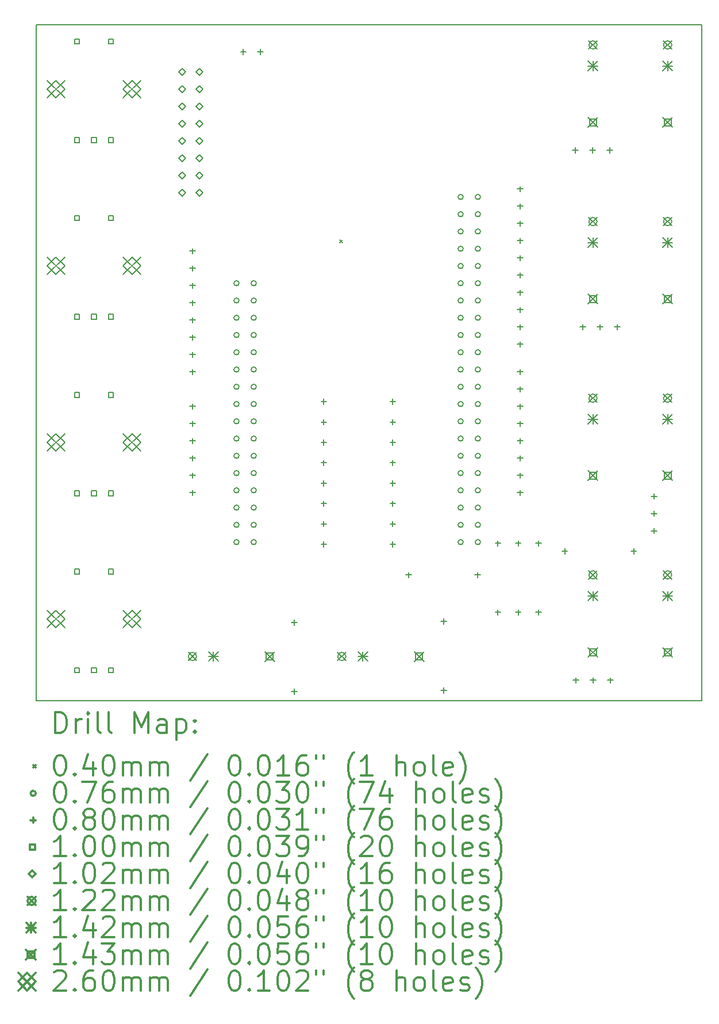
<source format=gbr>
%FSLAX45Y45*%
G04 Gerber Fmt 4.5, Leading zero omitted, Abs format (unit mm)*
G04 Created by KiCad (PCBNEW 5.0.1) date Mo 06 Mai 2019 23:41:28 CEST*
%MOMM*%
%LPD*%
G01*
G04 APERTURE LIST*
%ADD10C,0.150000*%
%ADD11C,0.200000*%
%ADD12C,0.300000*%
G04 APERTURE END LIST*
D10*
X18650000Y-13650000D02*
X8850000Y-13650000D01*
X18650000Y-3700000D02*
X18650000Y-13650000D01*
X8850000Y-3700000D02*
X18650000Y-3700000D01*
X8850000Y-13650000D02*
X8850000Y-3700000D01*
D11*
X13318576Y-6870300D02*
X13358576Y-6910300D01*
X13358576Y-6870300D02*
X13318576Y-6910300D01*
X11837100Y-7507000D02*
G75*
G03X11837100Y-7507000I-38100J0D01*
G01*
X11837100Y-7761000D02*
G75*
G03X11837100Y-7761000I-38100J0D01*
G01*
X11837100Y-8015000D02*
G75*
G03X11837100Y-8015000I-38100J0D01*
G01*
X11837100Y-8269000D02*
G75*
G03X11837100Y-8269000I-38100J0D01*
G01*
X11837100Y-8523000D02*
G75*
G03X11837100Y-8523000I-38100J0D01*
G01*
X11837100Y-8777000D02*
G75*
G03X11837100Y-8777000I-38100J0D01*
G01*
X11837100Y-9031000D02*
G75*
G03X11837100Y-9031000I-38100J0D01*
G01*
X11837100Y-9285000D02*
G75*
G03X11837100Y-9285000I-38100J0D01*
G01*
X11837100Y-9539000D02*
G75*
G03X11837100Y-9539000I-38100J0D01*
G01*
X11837100Y-9793000D02*
G75*
G03X11837100Y-9793000I-38100J0D01*
G01*
X11837100Y-10047000D02*
G75*
G03X11837100Y-10047000I-38100J0D01*
G01*
X11837100Y-10301000D02*
G75*
G03X11837100Y-10301000I-38100J0D01*
G01*
X11837100Y-10555000D02*
G75*
G03X11837100Y-10555000I-38100J0D01*
G01*
X11837100Y-10809000D02*
G75*
G03X11837100Y-10809000I-38100J0D01*
G01*
X11837100Y-11063000D02*
G75*
G03X11837100Y-11063000I-38100J0D01*
G01*
X11837100Y-11317000D02*
G75*
G03X11837100Y-11317000I-38100J0D01*
G01*
X12091100Y-7507000D02*
G75*
G03X12091100Y-7507000I-38100J0D01*
G01*
X12091100Y-7761000D02*
G75*
G03X12091100Y-7761000I-38100J0D01*
G01*
X12091100Y-8015000D02*
G75*
G03X12091100Y-8015000I-38100J0D01*
G01*
X12091100Y-8269000D02*
G75*
G03X12091100Y-8269000I-38100J0D01*
G01*
X12091100Y-8523000D02*
G75*
G03X12091100Y-8523000I-38100J0D01*
G01*
X12091100Y-8777000D02*
G75*
G03X12091100Y-8777000I-38100J0D01*
G01*
X12091100Y-9031000D02*
G75*
G03X12091100Y-9031000I-38100J0D01*
G01*
X12091100Y-9285000D02*
G75*
G03X12091100Y-9285000I-38100J0D01*
G01*
X12091100Y-9539000D02*
G75*
G03X12091100Y-9539000I-38100J0D01*
G01*
X12091100Y-9793000D02*
G75*
G03X12091100Y-9793000I-38100J0D01*
G01*
X12091100Y-10047000D02*
G75*
G03X12091100Y-10047000I-38100J0D01*
G01*
X12091100Y-10301000D02*
G75*
G03X12091100Y-10301000I-38100J0D01*
G01*
X12091100Y-10555000D02*
G75*
G03X12091100Y-10555000I-38100J0D01*
G01*
X12091100Y-10809000D02*
G75*
G03X12091100Y-10809000I-38100J0D01*
G01*
X12091100Y-11063000D02*
G75*
G03X12091100Y-11063000I-38100J0D01*
G01*
X12091100Y-11317000D02*
G75*
G03X12091100Y-11317000I-38100J0D01*
G01*
X15139100Y-6237000D02*
G75*
G03X15139100Y-6237000I-38100J0D01*
G01*
X15139100Y-6491000D02*
G75*
G03X15139100Y-6491000I-38100J0D01*
G01*
X15139100Y-6745000D02*
G75*
G03X15139100Y-6745000I-38100J0D01*
G01*
X15139100Y-6999000D02*
G75*
G03X15139100Y-6999000I-38100J0D01*
G01*
X15139100Y-7253000D02*
G75*
G03X15139100Y-7253000I-38100J0D01*
G01*
X15139100Y-7507000D02*
G75*
G03X15139100Y-7507000I-38100J0D01*
G01*
X15139100Y-7761000D02*
G75*
G03X15139100Y-7761000I-38100J0D01*
G01*
X15139100Y-8015000D02*
G75*
G03X15139100Y-8015000I-38100J0D01*
G01*
X15139100Y-8269000D02*
G75*
G03X15139100Y-8269000I-38100J0D01*
G01*
X15139100Y-8523000D02*
G75*
G03X15139100Y-8523000I-38100J0D01*
G01*
X15139100Y-8777000D02*
G75*
G03X15139100Y-8777000I-38100J0D01*
G01*
X15139100Y-9031000D02*
G75*
G03X15139100Y-9031000I-38100J0D01*
G01*
X15139100Y-9285000D02*
G75*
G03X15139100Y-9285000I-38100J0D01*
G01*
X15139100Y-9539000D02*
G75*
G03X15139100Y-9539000I-38100J0D01*
G01*
X15139100Y-9793000D02*
G75*
G03X15139100Y-9793000I-38100J0D01*
G01*
X15139100Y-10047000D02*
G75*
G03X15139100Y-10047000I-38100J0D01*
G01*
X15139100Y-10301000D02*
G75*
G03X15139100Y-10301000I-38100J0D01*
G01*
X15139100Y-10555000D02*
G75*
G03X15139100Y-10555000I-38100J0D01*
G01*
X15139100Y-10809000D02*
G75*
G03X15139100Y-10809000I-38100J0D01*
G01*
X15139100Y-11063000D02*
G75*
G03X15139100Y-11063000I-38100J0D01*
G01*
X15139100Y-11317000D02*
G75*
G03X15139100Y-11317000I-38100J0D01*
G01*
X15393100Y-6237000D02*
G75*
G03X15393100Y-6237000I-38100J0D01*
G01*
X15393100Y-6491000D02*
G75*
G03X15393100Y-6491000I-38100J0D01*
G01*
X15393100Y-6745000D02*
G75*
G03X15393100Y-6745000I-38100J0D01*
G01*
X15393100Y-6999000D02*
G75*
G03X15393100Y-6999000I-38100J0D01*
G01*
X15393100Y-7253000D02*
G75*
G03X15393100Y-7253000I-38100J0D01*
G01*
X15393100Y-7507000D02*
G75*
G03X15393100Y-7507000I-38100J0D01*
G01*
X15393100Y-7761000D02*
G75*
G03X15393100Y-7761000I-38100J0D01*
G01*
X15393100Y-8015000D02*
G75*
G03X15393100Y-8015000I-38100J0D01*
G01*
X15393100Y-8269000D02*
G75*
G03X15393100Y-8269000I-38100J0D01*
G01*
X15393100Y-8523000D02*
G75*
G03X15393100Y-8523000I-38100J0D01*
G01*
X15393100Y-8777000D02*
G75*
G03X15393100Y-8777000I-38100J0D01*
G01*
X15393100Y-9031000D02*
G75*
G03X15393100Y-9031000I-38100J0D01*
G01*
X15393100Y-9285000D02*
G75*
G03X15393100Y-9285000I-38100J0D01*
G01*
X15393100Y-9539000D02*
G75*
G03X15393100Y-9539000I-38100J0D01*
G01*
X15393100Y-9793000D02*
G75*
G03X15393100Y-9793000I-38100J0D01*
G01*
X15393100Y-10047000D02*
G75*
G03X15393100Y-10047000I-38100J0D01*
G01*
X15393100Y-10301000D02*
G75*
G03X15393100Y-10301000I-38100J0D01*
G01*
X15393100Y-10555000D02*
G75*
G03X15393100Y-10555000I-38100J0D01*
G01*
X15393100Y-10809000D02*
G75*
G03X15393100Y-10809000I-38100J0D01*
G01*
X15393100Y-11063000D02*
G75*
G03X15393100Y-11063000I-38100J0D01*
G01*
X15393100Y-11317000D02*
G75*
G03X15393100Y-11317000I-38100J0D01*
G01*
X16800000Y-13310000D02*
X16800000Y-13390000D01*
X16760000Y-13350000D02*
X16840000Y-13350000D01*
X17054000Y-13310000D02*
X17054000Y-13390000D01*
X17014000Y-13350000D02*
X17094000Y-13350000D01*
X17308000Y-13310000D02*
X17308000Y-13390000D01*
X17268000Y-13350000D02*
X17348000Y-13350000D01*
X14334000Y-11760000D02*
X14334000Y-11840000D01*
X14294000Y-11800000D02*
X14374000Y-11800000D01*
X15350000Y-11760000D02*
X15350000Y-11840000D01*
X15310000Y-11800000D02*
X15390000Y-11800000D01*
X16900000Y-8110000D02*
X16900000Y-8190000D01*
X16860000Y-8150000D02*
X16940000Y-8150000D01*
X17154000Y-8110000D02*
X17154000Y-8190000D01*
X17114000Y-8150000D02*
X17194000Y-8150000D01*
X17408000Y-8110000D02*
X17408000Y-8190000D01*
X17368000Y-8150000D02*
X17448000Y-8150000D01*
X16634000Y-11410000D02*
X16634000Y-11490000D01*
X16594000Y-11450000D02*
X16674000Y-11450000D01*
X17650000Y-11410000D02*
X17650000Y-11490000D01*
X17610000Y-11450000D02*
X17690000Y-11450000D01*
X13084000Y-9810000D02*
X13084000Y-9890000D01*
X13044000Y-9850000D02*
X13124000Y-9850000D01*
X14100000Y-9810000D02*
X14100000Y-9890000D01*
X14060000Y-9850000D02*
X14140000Y-9850000D01*
X13084000Y-10110000D02*
X13084000Y-10190000D01*
X13044000Y-10150000D02*
X13124000Y-10150000D01*
X14100000Y-10110000D02*
X14100000Y-10190000D01*
X14060000Y-10150000D02*
X14140000Y-10150000D01*
X16792000Y-5510000D02*
X16792000Y-5590000D01*
X16752000Y-5550000D02*
X16832000Y-5550000D01*
X17046000Y-5510000D02*
X17046000Y-5590000D01*
X17006000Y-5550000D02*
X17086000Y-5550000D01*
X17300000Y-5510000D02*
X17300000Y-5590000D01*
X17260000Y-5550000D02*
X17340000Y-5550000D01*
X13084000Y-9510000D02*
X13084000Y-9590000D01*
X13044000Y-9550000D02*
X13124000Y-9550000D01*
X14100000Y-9510000D02*
X14100000Y-9590000D01*
X14060000Y-9550000D02*
X14140000Y-9550000D01*
X17950000Y-10602000D02*
X17950000Y-10682000D01*
X17910000Y-10642000D02*
X17990000Y-10642000D01*
X17950000Y-10856000D02*
X17950000Y-10936000D01*
X17910000Y-10896000D02*
X17990000Y-10896000D01*
X17950000Y-11110000D02*
X17950000Y-11190000D01*
X17910000Y-11150000D02*
X17990000Y-11150000D01*
X11150000Y-6994000D02*
X11150000Y-7074000D01*
X11110000Y-7034000D02*
X11190000Y-7034000D01*
X11150000Y-7248000D02*
X11150000Y-7328000D01*
X11110000Y-7288000D02*
X11190000Y-7288000D01*
X11150000Y-7502000D02*
X11150000Y-7582000D01*
X11110000Y-7542000D02*
X11190000Y-7542000D01*
X11150000Y-7756000D02*
X11150000Y-7836000D01*
X11110000Y-7796000D02*
X11190000Y-7796000D01*
X11150000Y-8010000D02*
X11150000Y-8090000D01*
X11110000Y-8050000D02*
X11190000Y-8050000D01*
X11150000Y-8264000D02*
X11150000Y-8344000D01*
X11110000Y-8304000D02*
X11190000Y-8304000D01*
X11150000Y-8518000D02*
X11150000Y-8598000D01*
X11110000Y-8558000D02*
X11190000Y-8558000D01*
X11150000Y-8772000D02*
X11150000Y-8852000D01*
X11110000Y-8812000D02*
X11190000Y-8812000D01*
X11150000Y-9280000D02*
X11150000Y-9360000D01*
X11110000Y-9320000D02*
X11190000Y-9320000D01*
X11150000Y-9534000D02*
X11150000Y-9614000D01*
X11110000Y-9574000D02*
X11190000Y-9574000D01*
X11150000Y-9788000D02*
X11150000Y-9868000D01*
X11110000Y-9828000D02*
X11190000Y-9828000D01*
X11150000Y-10042000D02*
X11150000Y-10122000D01*
X11110000Y-10082000D02*
X11190000Y-10082000D01*
X11150000Y-10296000D02*
X11150000Y-10376000D01*
X11110000Y-10336000D02*
X11190000Y-10336000D01*
X11150000Y-10550000D02*
X11150000Y-10630000D01*
X11110000Y-10590000D02*
X11190000Y-10590000D01*
X15976000Y-6080000D02*
X15976000Y-6160000D01*
X15936000Y-6120000D02*
X16016000Y-6120000D01*
X15976000Y-6334000D02*
X15976000Y-6414000D01*
X15936000Y-6374000D02*
X16016000Y-6374000D01*
X15976000Y-6588000D02*
X15976000Y-6668000D01*
X15936000Y-6628000D02*
X16016000Y-6628000D01*
X15976000Y-6842000D02*
X15976000Y-6922000D01*
X15936000Y-6882000D02*
X16016000Y-6882000D01*
X15976000Y-7096000D02*
X15976000Y-7176000D01*
X15936000Y-7136000D02*
X16016000Y-7136000D01*
X15976000Y-7350000D02*
X15976000Y-7430000D01*
X15936000Y-7390000D02*
X16016000Y-7390000D01*
X15976000Y-7604000D02*
X15976000Y-7684000D01*
X15936000Y-7644000D02*
X16016000Y-7644000D01*
X15976000Y-7858000D02*
X15976000Y-7938000D01*
X15936000Y-7898000D02*
X16016000Y-7898000D01*
X15976000Y-8112000D02*
X15976000Y-8192000D01*
X15936000Y-8152000D02*
X16016000Y-8152000D01*
X15976000Y-8366000D02*
X15976000Y-8446000D01*
X15936000Y-8406000D02*
X16016000Y-8406000D01*
X15976000Y-8772000D02*
X15976000Y-8852000D01*
X15936000Y-8812000D02*
X16016000Y-8812000D01*
X15976000Y-9026000D02*
X15976000Y-9106000D01*
X15936000Y-9066000D02*
X16016000Y-9066000D01*
X15976000Y-9280000D02*
X15976000Y-9360000D01*
X15936000Y-9320000D02*
X16016000Y-9320000D01*
X15976000Y-9534000D02*
X15976000Y-9614000D01*
X15936000Y-9574000D02*
X16016000Y-9574000D01*
X15976000Y-9788000D02*
X15976000Y-9868000D01*
X15936000Y-9828000D02*
X16016000Y-9828000D01*
X15976000Y-10042000D02*
X15976000Y-10122000D01*
X15936000Y-10082000D02*
X16016000Y-10082000D01*
X15976000Y-10296000D02*
X15976000Y-10376000D01*
X15936000Y-10336000D02*
X16016000Y-10336000D01*
X15976000Y-10550000D02*
X15976000Y-10630000D01*
X15936000Y-10590000D02*
X16016000Y-10590000D01*
X13084000Y-11310000D02*
X13084000Y-11390000D01*
X13044000Y-11350000D02*
X13124000Y-11350000D01*
X14100000Y-11310000D02*
X14100000Y-11390000D01*
X14060000Y-11350000D02*
X14140000Y-11350000D01*
X11900000Y-4060000D02*
X11900000Y-4140000D01*
X11860000Y-4100000D02*
X11940000Y-4100000D01*
X12150000Y-4060000D02*
X12150000Y-4140000D01*
X12110000Y-4100000D02*
X12190000Y-4100000D01*
X15950000Y-11294000D02*
X15950000Y-11374000D01*
X15910000Y-11334000D02*
X15990000Y-11334000D01*
X15950000Y-12310000D02*
X15950000Y-12390000D01*
X15910000Y-12350000D02*
X15990000Y-12350000D01*
X13084000Y-10710000D02*
X13084000Y-10790000D01*
X13044000Y-10750000D02*
X13124000Y-10750000D01*
X14100000Y-10710000D02*
X14100000Y-10790000D01*
X14060000Y-10750000D02*
X14140000Y-10750000D01*
X15650000Y-11294000D02*
X15650000Y-11374000D01*
X15610000Y-11334000D02*
X15690000Y-11334000D01*
X15650000Y-12310000D02*
X15650000Y-12390000D01*
X15610000Y-12350000D02*
X15690000Y-12350000D01*
X13084000Y-11010000D02*
X13084000Y-11090000D01*
X13044000Y-11050000D02*
X13124000Y-11050000D01*
X14100000Y-11010000D02*
X14100000Y-11090000D01*
X14060000Y-11050000D02*
X14140000Y-11050000D01*
X12650000Y-12460000D02*
X12650000Y-12540000D01*
X12610000Y-12500000D02*
X12690000Y-12500000D01*
X12650000Y-13476000D02*
X12650000Y-13556000D01*
X12610000Y-13516000D02*
X12690000Y-13516000D01*
X16250000Y-11294000D02*
X16250000Y-11374000D01*
X16210000Y-11334000D02*
X16290000Y-11334000D01*
X16250000Y-12310000D02*
X16250000Y-12390000D01*
X16210000Y-12350000D02*
X16290000Y-12350000D01*
X14850000Y-12444000D02*
X14850000Y-12524000D01*
X14810000Y-12484000D02*
X14890000Y-12484000D01*
X14850000Y-13460000D02*
X14850000Y-13540000D01*
X14810000Y-13500000D02*
X14890000Y-13500000D01*
X13084000Y-10410000D02*
X13084000Y-10490000D01*
X13044000Y-10450000D02*
X13124000Y-10450000D01*
X14100000Y-10410000D02*
X14100000Y-10490000D01*
X14060000Y-10450000D02*
X14140000Y-10450000D01*
X13084000Y-9210000D02*
X13084000Y-9290000D01*
X13044000Y-9250000D02*
X13124000Y-9250000D01*
X14100000Y-9210000D02*
X14100000Y-9290000D01*
X14060000Y-9250000D02*
X14140000Y-9250000D01*
X9485356Y-6585356D02*
X9485356Y-6514644D01*
X9414644Y-6514644D01*
X9414644Y-6585356D01*
X9485356Y-6585356D01*
X9485356Y-8035356D02*
X9485356Y-7964644D01*
X9414644Y-7964644D01*
X9414644Y-8035356D01*
X9485356Y-8035356D01*
X9735356Y-8035356D02*
X9735356Y-7964644D01*
X9664644Y-7964644D01*
X9664644Y-8035356D01*
X9735356Y-8035356D01*
X9985356Y-6585356D02*
X9985356Y-6514644D01*
X9914644Y-6514644D01*
X9914644Y-6585356D01*
X9985356Y-6585356D01*
X9985356Y-8035356D02*
X9985356Y-7964644D01*
X9914644Y-7964644D01*
X9914644Y-8035356D01*
X9985356Y-8035356D01*
X9485356Y-9185356D02*
X9485356Y-9114644D01*
X9414644Y-9114644D01*
X9414644Y-9185356D01*
X9485356Y-9185356D01*
X9485356Y-10635356D02*
X9485356Y-10564644D01*
X9414644Y-10564644D01*
X9414644Y-10635356D01*
X9485356Y-10635356D01*
X9735356Y-10635356D02*
X9735356Y-10564644D01*
X9664644Y-10564644D01*
X9664644Y-10635356D01*
X9735356Y-10635356D01*
X9985356Y-9185356D02*
X9985356Y-9114644D01*
X9914644Y-9114644D01*
X9914644Y-9185356D01*
X9985356Y-9185356D01*
X9985356Y-10635356D02*
X9985356Y-10564644D01*
X9914644Y-10564644D01*
X9914644Y-10635356D01*
X9985356Y-10635356D01*
X9485356Y-3985356D02*
X9485356Y-3914644D01*
X9414644Y-3914644D01*
X9414644Y-3985356D01*
X9485356Y-3985356D01*
X9485356Y-5435356D02*
X9485356Y-5364644D01*
X9414644Y-5364644D01*
X9414644Y-5435356D01*
X9485356Y-5435356D01*
X9735356Y-5435356D02*
X9735356Y-5364644D01*
X9664644Y-5364644D01*
X9664644Y-5435356D01*
X9735356Y-5435356D01*
X9985356Y-3985356D02*
X9985356Y-3914644D01*
X9914644Y-3914644D01*
X9914644Y-3985356D01*
X9985356Y-3985356D01*
X9985356Y-5435356D02*
X9985356Y-5364644D01*
X9914644Y-5364644D01*
X9914644Y-5435356D01*
X9985356Y-5435356D01*
X9485356Y-11785356D02*
X9485356Y-11714644D01*
X9414644Y-11714644D01*
X9414644Y-11785356D01*
X9485356Y-11785356D01*
X9485356Y-13235356D02*
X9485356Y-13164644D01*
X9414644Y-13164644D01*
X9414644Y-13235356D01*
X9485356Y-13235356D01*
X9735356Y-13235356D02*
X9735356Y-13164644D01*
X9664644Y-13164644D01*
X9664644Y-13235356D01*
X9735356Y-13235356D01*
X9985356Y-11785356D02*
X9985356Y-11714644D01*
X9914644Y-11714644D01*
X9914644Y-11785356D01*
X9985356Y-11785356D01*
X9985356Y-13235356D02*
X9985356Y-13164644D01*
X9914644Y-13164644D01*
X9914644Y-13235356D01*
X9985356Y-13235356D01*
X10996000Y-4450800D02*
X11046800Y-4400000D01*
X10996000Y-4349200D01*
X10945200Y-4400000D01*
X10996000Y-4450800D01*
X10996000Y-4704800D02*
X11046800Y-4654000D01*
X10996000Y-4603200D01*
X10945200Y-4654000D01*
X10996000Y-4704800D01*
X10996000Y-4958800D02*
X11046800Y-4908000D01*
X10996000Y-4857200D01*
X10945200Y-4908000D01*
X10996000Y-4958800D01*
X10996000Y-5212800D02*
X11046800Y-5162000D01*
X10996000Y-5111200D01*
X10945200Y-5162000D01*
X10996000Y-5212800D01*
X10996000Y-5466800D02*
X11046800Y-5416000D01*
X10996000Y-5365200D01*
X10945200Y-5416000D01*
X10996000Y-5466800D01*
X10996000Y-5720800D02*
X11046800Y-5670000D01*
X10996000Y-5619200D01*
X10945200Y-5670000D01*
X10996000Y-5720800D01*
X10996000Y-5974800D02*
X11046800Y-5924000D01*
X10996000Y-5873200D01*
X10945200Y-5924000D01*
X10996000Y-5974800D01*
X10996000Y-6228800D02*
X11046800Y-6178000D01*
X10996000Y-6127200D01*
X10945200Y-6178000D01*
X10996000Y-6228800D01*
X11250000Y-4450800D02*
X11300800Y-4400000D01*
X11250000Y-4349200D01*
X11199200Y-4400000D01*
X11250000Y-4450800D01*
X11250000Y-4704800D02*
X11300800Y-4654000D01*
X11250000Y-4603200D01*
X11199200Y-4654000D01*
X11250000Y-4704800D01*
X11250000Y-4958800D02*
X11300800Y-4908000D01*
X11250000Y-4857200D01*
X11199200Y-4908000D01*
X11250000Y-4958800D01*
X11250000Y-5212800D02*
X11300800Y-5162000D01*
X11250000Y-5111200D01*
X11199200Y-5162000D01*
X11250000Y-5212800D01*
X11250000Y-5466800D02*
X11300800Y-5416000D01*
X11250000Y-5365200D01*
X11199200Y-5416000D01*
X11250000Y-5466800D01*
X11250000Y-5720800D02*
X11300800Y-5670000D01*
X11250000Y-5619200D01*
X11199200Y-5670000D01*
X11250000Y-5720800D01*
X11250000Y-5974800D02*
X11300800Y-5924000D01*
X11250000Y-5873200D01*
X11199200Y-5924000D01*
X11250000Y-5974800D01*
X11250000Y-6228800D02*
X11300800Y-6178000D01*
X11250000Y-6127200D01*
X11199200Y-6178000D01*
X11250000Y-6228800D01*
X18089000Y-11739000D02*
X18211000Y-11861000D01*
X18211000Y-11739000D02*
X18089000Y-11861000D01*
X18211000Y-11800000D02*
G75*
G03X18211000Y-11800000I-61000J0D01*
G01*
X16989000Y-3939000D02*
X17111000Y-4061000D01*
X17111000Y-3939000D02*
X16989000Y-4061000D01*
X17111000Y-4000000D02*
G75*
G03X17111000Y-4000000I-61000J0D01*
G01*
X16989000Y-9139000D02*
X17111000Y-9261000D01*
X17111000Y-9139000D02*
X16989000Y-9261000D01*
X17111000Y-9200000D02*
G75*
G03X17111000Y-9200000I-61000J0D01*
G01*
X16989000Y-6539000D02*
X17111000Y-6661000D01*
X17111000Y-6539000D02*
X16989000Y-6661000D01*
X17111000Y-6600000D02*
G75*
G03X17111000Y-6600000I-61000J0D01*
G01*
X16989000Y-11739000D02*
X17111000Y-11861000D01*
X17111000Y-11739000D02*
X16989000Y-11861000D01*
X17111000Y-11800000D02*
G75*
G03X17111000Y-11800000I-61000J0D01*
G01*
X18089000Y-6539000D02*
X18211000Y-6661000D01*
X18211000Y-6539000D02*
X18089000Y-6661000D01*
X18211000Y-6600000D02*
G75*
G03X18211000Y-6600000I-61000J0D01*
G01*
X18089000Y-3939000D02*
X18211000Y-4061000D01*
X18211000Y-3939000D02*
X18089000Y-4061000D01*
X18211000Y-4000000D02*
G75*
G03X18211000Y-4000000I-61000J0D01*
G01*
X18089000Y-9139000D02*
X18211000Y-9261000D01*
X18211000Y-9139000D02*
X18089000Y-9261000D01*
X18211000Y-9200000D02*
G75*
G03X18211000Y-9200000I-61000J0D01*
G01*
X11089000Y-12939000D02*
X11211000Y-13061000D01*
X11211000Y-12939000D02*
X11089000Y-13061000D01*
X11211000Y-13000000D02*
G75*
G03X11211000Y-13000000I-61000J0D01*
G01*
X13289000Y-12939000D02*
X13411000Y-13061000D01*
X13411000Y-12939000D02*
X13289000Y-13061000D01*
X13411000Y-13000000D02*
G75*
G03X13411000Y-13000000I-61000J0D01*
G01*
X18079000Y-12039000D02*
X18221000Y-12181000D01*
X18221000Y-12039000D02*
X18079000Y-12181000D01*
X18150000Y-12039000D02*
X18150000Y-12181000D01*
X18079000Y-12110000D02*
X18221000Y-12110000D01*
X16979000Y-4239000D02*
X17121000Y-4381000D01*
X17121000Y-4239000D02*
X16979000Y-4381000D01*
X17050000Y-4239000D02*
X17050000Y-4381000D01*
X16979000Y-4310000D02*
X17121000Y-4310000D01*
X16979000Y-9439000D02*
X17121000Y-9581000D01*
X17121000Y-9439000D02*
X16979000Y-9581000D01*
X17050000Y-9439000D02*
X17050000Y-9581000D01*
X16979000Y-9510000D02*
X17121000Y-9510000D01*
X16979000Y-6839000D02*
X17121000Y-6981000D01*
X17121000Y-6839000D02*
X16979000Y-6981000D01*
X17050000Y-6839000D02*
X17050000Y-6981000D01*
X16979000Y-6910000D02*
X17121000Y-6910000D01*
X16979000Y-12039000D02*
X17121000Y-12181000D01*
X17121000Y-12039000D02*
X16979000Y-12181000D01*
X17050000Y-12039000D02*
X17050000Y-12181000D01*
X16979000Y-12110000D02*
X17121000Y-12110000D01*
X18079000Y-6839000D02*
X18221000Y-6981000D01*
X18221000Y-6839000D02*
X18079000Y-6981000D01*
X18150000Y-6839000D02*
X18150000Y-6981000D01*
X18079000Y-6910000D02*
X18221000Y-6910000D01*
X18079000Y-4239000D02*
X18221000Y-4381000D01*
X18221000Y-4239000D02*
X18079000Y-4381000D01*
X18150000Y-4239000D02*
X18150000Y-4381000D01*
X18079000Y-4310000D02*
X18221000Y-4310000D01*
X18079000Y-9439000D02*
X18221000Y-9581000D01*
X18221000Y-9439000D02*
X18079000Y-9581000D01*
X18150000Y-9439000D02*
X18150000Y-9581000D01*
X18079000Y-9510000D02*
X18221000Y-9510000D01*
X11389000Y-12929000D02*
X11531000Y-13071000D01*
X11531000Y-12929000D02*
X11389000Y-13071000D01*
X11460000Y-12929000D02*
X11460000Y-13071000D01*
X11389000Y-13000000D02*
X11531000Y-13000000D01*
X13589000Y-12929000D02*
X13731000Y-13071000D01*
X13731000Y-12929000D02*
X13589000Y-13071000D01*
X13660000Y-12929000D02*
X13660000Y-13071000D01*
X13589000Y-13000000D02*
X13731000Y-13000000D01*
X18078500Y-12868500D02*
X18221500Y-13011500D01*
X18221500Y-12868500D02*
X18078500Y-13011500D01*
X18200559Y-12990559D02*
X18200559Y-12889441D01*
X18099441Y-12889441D01*
X18099441Y-12990559D01*
X18200559Y-12990559D01*
X16978500Y-5068500D02*
X17121500Y-5211500D01*
X17121500Y-5068500D02*
X16978500Y-5211500D01*
X17100559Y-5190559D02*
X17100559Y-5089441D01*
X16999441Y-5089441D01*
X16999441Y-5190559D01*
X17100559Y-5190559D01*
X16978500Y-10268500D02*
X17121500Y-10411500D01*
X17121500Y-10268500D02*
X16978500Y-10411500D01*
X17100559Y-10390559D02*
X17100559Y-10289441D01*
X16999441Y-10289441D01*
X16999441Y-10390559D01*
X17100559Y-10390559D01*
X16978500Y-7668500D02*
X17121500Y-7811500D01*
X17121500Y-7668500D02*
X16978500Y-7811500D01*
X17100559Y-7790559D02*
X17100559Y-7689441D01*
X16999441Y-7689441D01*
X16999441Y-7790559D01*
X17100559Y-7790559D01*
X16978500Y-12868500D02*
X17121500Y-13011500D01*
X17121500Y-12868500D02*
X16978500Y-13011500D01*
X17100559Y-12990559D02*
X17100559Y-12889441D01*
X16999441Y-12889441D01*
X16999441Y-12990559D01*
X17100559Y-12990559D01*
X18078500Y-7668500D02*
X18221500Y-7811500D01*
X18221500Y-7668500D02*
X18078500Y-7811500D01*
X18200559Y-7790559D02*
X18200559Y-7689441D01*
X18099441Y-7689441D01*
X18099441Y-7790559D01*
X18200559Y-7790559D01*
X18078500Y-5068500D02*
X18221500Y-5211500D01*
X18221500Y-5068500D02*
X18078500Y-5211500D01*
X18200559Y-5190559D02*
X18200559Y-5089441D01*
X18099441Y-5089441D01*
X18099441Y-5190559D01*
X18200559Y-5190559D01*
X18078500Y-10268500D02*
X18221500Y-10411500D01*
X18221500Y-10268500D02*
X18078500Y-10411500D01*
X18200559Y-10390559D02*
X18200559Y-10289441D01*
X18099441Y-10289441D01*
X18099441Y-10390559D01*
X18200559Y-10390559D01*
X12218500Y-12928500D02*
X12361500Y-13071500D01*
X12361500Y-12928500D02*
X12218500Y-13071500D01*
X12340559Y-13050559D02*
X12340559Y-12949441D01*
X12239441Y-12949441D01*
X12239441Y-13050559D01*
X12340559Y-13050559D01*
X14418500Y-12928500D02*
X14561500Y-13071500D01*
X14561500Y-12928500D02*
X14418500Y-13071500D01*
X14540559Y-13050559D02*
X14540559Y-12949441D01*
X14439441Y-12949441D01*
X14439441Y-13050559D01*
X14540559Y-13050559D01*
X9010000Y-9720000D02*
X9270000Y-9980000D01*
X9270000Y-9720000D02*
X9010000Y-9980000D01*
X9140000Y-9980000D02*
X9270000Y-9850000D01*
X9140000Y-9720000D01*
X9010000Y-9850000D01*
X9140000Y-9980000D01*
X10130000Y-9720000D02*
X10390000Y-9980000D01*
X10390000Y-9720000D02*
X10130000Y-9980000D01*
X10260000Y-9980000D02*
X10390000Y-9850000D01*
X10260000Y-9720000D01*
X10130000Y-9850000D01*
X10260000Y-9980000D01*
X9010000Y-12320000D02*
X9270000Y-12580000D01*
X9270000Y-12320000D02*
X9010000Y-12580000D01*
X9140000Y-12580000D02*
X9270000Y-12450000D01*
X9140000Y-12320000D01*
X9010000Y-12450000D01*
X9140000Y-12580000D01*
X10130000Y-12320000D02*
X10390000Y-12580000D01*
X10390000Y-12320000D02*
X10130000Y-12580000D01*
X10260000Y-12580000D02*
X10390000Y-12450000D01*
X10260000Y-12320000D01*
X10130000Y-12450000D01*
X10260000Y-12580000D01*
X9010000Y-7120000D02*
X9270000Y-7380000D01*
X9270000Y-7120000D02*
X9010000Y-7380000D01*
X9140000Y-7380000D02*
X9270000Y-7250000D01*
X9140000Y-7120000D01*
X9010000Y-7250000D01*
X9140000Y-7380000D01*
X10130000Y-7120000D02*
X10390000Y-7380000D01*
X10390000Y-7120000D02*
X10130000Y-7380000D01*
X10260000Y-7380000D02*
X10390000Y-7250000D01*
X10260000Y-7120000D01*
X10130000Y-7250000D01*
X10260000Y-7380000D01*
X9010000Y-4520000D02*
X9270000Y-4780000D01*
X9270000Y-4520000D02*
X9010000Y-4780000D01*
X9140000Y-4780000D02*
X9270000Y-4650000D01*
X9140000Y-4520000D01*
X9010000Y-4650000D01*
X9140000Y-4780000D01*
X10130000Y-4520000D02*
X10390000Y-4780000D01*
X10390000Y-4520000D02*
X10130000Y-4780000D01*
X10260000Y-4780000D02*
X10390000Y-4650000D01*
X10260000Y-4520000D01*
X10130000Y-4650000D01*
X10260000Y-4780000D01*
D12*
X9128928Y-14123214D02*
X9128928Y-13823214D01*
X9200357Y-13823214D01*
X9243214Y-13837500D01*
X9271786Y-13866071D01*
X9286071Y-13894643D01*
X9300357Y-13951786D01*
X9300357Y-13994643D01*
X9286071Y-14051786D01*
X9271786Y-14080357D01*
X9243214Y-14108929D01*
X9200357Y-14123214D01*
X9128928Y-14123214D01*
X9428928Y-14123214D02*
X9428928Y-13923214D01*
X9428928Y-13980357D02*
X9443214Y-13951786D01*
X9457500Y-13937500D01*
X9486071Y-13923214D01*
X9514643Y-13923214D01*
X9614643Y-14123214D02*
X9614643Y-13923214D01*
X9614643Y-13823214D02*
X9600357Y-13837500D01*
X9614643Y-13851786D01*
X9628928Y-13837500D01*
X9614643Y-13823214D01*
X9614643Y-13851786D01*
X9800357Y-14123214D02*
X9771786Y-14108929D01*
X9757500Y-14080357D01*
X9757500Y-13823214D01*
X9957500Y-14123214D02*
X9928928Y-14108929D01*
X9914643Y-14080357D01*
X9914643Y-13823214D01*
X10300357Y-14123214D02*
X10300357Y-13823214D01*
X10400357Y-14037500D01*
X10500357Y-13823214D01*
X10500357Y-14123214D01*
X10771786Y-14123214D02*
X10771786Y-13966071D01*
X10757500Y-13937500D01*
X10728928Y-13923214D01*
X10671786Y-13923214D01*
X10643214Y-13937500D01*
X10771786Y-14108929D02*
X10743214Y-14123214D01*
X10671786Y-14123214D01*
X10643214Y-14108929D01*
X10628928Y-14080357D01*
X10628928Y-14051786D01*
X10643214Y-14023214D01*
X10671786Y-14008929D01*
X10743214Y-14008929D01*
X10771786Y-13994643D01*
X10914643Y-13923214D02*
X10914643Y-14223214D01*
X10914643Y-13937500D02*
X10943214Y-13923214D01*
X11000357Y-13923214D01*
X11028928Y-13937500D01*
X11043214Y-13951786D01*
X11057500Y-13980357D01*
X11057500Y-14066071D01*
X11043214Y-14094643D01*
X11028928Y-14108929D01*
X11000357Y-14123214D01*
X10943214Y-14123214D01*
X10914643Y-14108929D01*
X11186071Y-14094643D02*
X11200357Y-14108929D01*
X11186071Y-14123214D01*
X11171786Y-14108929D01*
X11186071Y-14094643D01*
X11186071Y-14123214D01*
X11186071Y-13937500D02*
X11200357Y-13951786D01*
X11186071Y-13966071D01*
X11171786Y-13951786D01*
X11186071Y-13937500D01*
X11186071Y-13966071D01*
X8802500Y-14597500D02*
X8842500Y-14637500D01*
X8842500Y-14597500D02*
X8802500Y-14637500D01*
X9186071Y-14453214D02*
X9214643Y-14453214D01*
X9243214Y-14467500D01*
X9257500Y-14481786D01*
X9271786Y-14510357D01*
X9286071Y-14567500D01*
X9286071Y-14638929D01*
X9271786Y-14696071D01*
X9257500Y-14724643D01*
X9243214Y-14738929D01*
X9214643Y-14753214D01*
X9186071Y-14753214D01*
X9157500Y-14738929D01*
X9143214Y-14724643D01*
X9128928Y-14696071D01*
X9114643Y-14638929D01*
X9114643Y-14567500D01*
X9128928Y-14510357D01*
X9143214Y-14481786D01*
X9157500Y-14467500D01*
X9186071Y-14453214D01*
X9414643Y-14724643D02*
X9428928Y-14738929D01*
X9414643Y-14753214D01*
X9400357Y-14738929D01*
X9414643Y-14724643D01*
X9414643Y-14753214D01*
X9686071Y-14553214D02*
X9686071Y-14753214D01*
X9614643Y-14438929D02*
X9543214Y-14653214D01*
X9728928Y-14653214D01*
X9900357Y-14453214D02*
X9928928Y-14453214D01*
X9957500Y-14467500D01*
X9971786Y-14481786D01*
X9986071Y-14510357D01*
X10000357Y-14567500D01*
X10000357Y-14638929D01*
X9986071Y-14696071D01*
X9971786Y-14724643D01*
X9957500Y-14738929D01*
X9928928Y-14753214D01*
X9900357Y-14753214D01*
X9871786Y-14738929D01*
X9857500Y-14724643D01*
X9843214Y-14696071D01*
X9828928Y-14638929D01*
X9828928Y-14567500D01*
X9843214Y-14510357D01*
X9857500Y-14481786D01*
X9871786Y-14467500D01*
X9900357Y-14453214D01*
X10128928Y-14753214D02*
X10128928Y-14553214D01*
X10128928Y-14581786D02*
X10143214Y-14567500D01*
X10171786Y-14553214D01*
X10214643Y-14553214D01*
X10243214Y-14567500D01*
X10257500Y-14596071D01*
X10257500Y-14753214D01*
X10257500Y-14596071D02*
X10271786Y-14567500D01*
X10300357Y-14553214D01*
X10343214Y-14553214D01*
X10371786Y-14567500D01*
X10386071Y-14596071D01*
X10386071Y-14753214D01*
X10528928Y-14753214D02*
X10528928Y-14553214D01*
X10528928Y-14581786D02*
X10543214Y-14567500D01*
X10571786Y-14553214D01*
X10614643Y-14553214D01*
X10643214Y-14567500D01*
X10657500Y-14596071D01*
X10657500Y-14753214D01*
X10657500Y-14596071D02*
X10671786Y-14567500D01*
X10700357Y-14553214D01*
X10743214Y-14553214D01*
X10771786Y-14567500D01*
X10786071Y-14596071D01*
X10786071Y-14753214D01*
X11371786Y-14438929D02*
X11114643Y-14824643D01*
X11757500Y-14453214D02*
X11786071Y-14453214D01*
X11814643Y-14467500D01*
X11828928Y-14481786D01*
X11843214Y-14510357D01*
X11857500Y-14567500D01*
X11857500Y-14638929D01*
X11843214Y-14696071D01*
X11828928Y-14724643D01*
X11814643Y-14738929D01*
X11786071Y-14753214D01*
X11757500Y-14753214D01*
X11728928Y-14738929D01*
X11714643Y-14724643D01*
X11700357Y-14696071D01*
X11686071Y-14638929D01*
X11686071Y-14567500D01*
X11700357Y-14510357D01*
X11714643Y-14481786D01*
X11728928Y-14467500D01*
X11757500Y-14453214D01*
X11986071Y-14724643D02*
X12000357Y-14738929D01*
X11986071Y-14753214D01*
X11971786Y-14738929D01*
X11986071Y-14724643D01*
X11986071Y-14753214D01*
X12186071Y-14453214D02*
X12214643Y-14453214D01*
X12243214Y-14467500D01*
X12257500Y-14481786D01*
X12271786Y-14510357D01*
X12286071Y-14567500D01*
X12286071Y-14638929D01*
X12271786Y-14696071D01*
X12257500Y-14724643D01*
X12243214Y-14738929D01*
X12214643Y-14753214D01*
X12186071Y-14753214D01*
X12157500Y-14738929D01*
X12143214Y-14724643D01*
X12128928Y-14696071D01*
X12114643Y-14638929D01*
X12114643Y-14567500D01*
X12128928Y-14510357D01*
X12143214Y-14481786D01*
X12157500Y-14467500D01*
X12186071Y-14453214D01*
X12571786Y-14753214D02*
X12400357Y-14753214D01*
X12486071Y-14753214D02*
X12486071Y-14453214D01*
X12457500Y-14496071D01*
X12428928Y-14524643D01*
X12400357Y-14538929D01*
X12828928Y-14453214D02*
X12771786Y-14453214D01*
X12743214Y-14467500D01*
X12728928Y-14481786D01*
X12700357Y-14524643D01*
X12686071Y-14581786D01*
X12686071Y-14696071D01*
X12700357Y-14724643D01*
X12714643Y-14738929D01*
X12743214Y-14753214D01*
X12800357Y-14753214D01*
X12828928Y-14738929D01*
X12843214Y-14724643D01*
X12857500Y-14696071D01*
X12857500Y-14624643D01*
X12843214Y-14596071D01*
X12828928Y-14581786D01*
X12800357Y-14567500D01*
X12743214Y-14567500D01*
X12714643Y-14581786D01*
X12700357Y-14596071D01*
X12686071Y-14624643D01*
X12971786Y-14453214D02*
X12971786Y-14510357D01*
X13086071Y-14453214D02*
X13086071Y-14510357D01*
X13528928Y-14867500D02*
X13514643Y-14853214D01*
X13486071Y-14810357D01*
X13471786Y-14781786D01*
X13457500Y-14738929D01*
X13443214Y-14667500D01*
X13443214Y-14610357D01*
X13457500Y-14538929D01*
X13471786Y-14496071D01*
X13486071Y-14467500D01*
X13514643Y-14424643D01*
X13528928Y-14410357D01*
X13800357Y-14753214D02*
X13628928Y-14753214D01*
X13714643Y-14753214D02*
X13714643Y-14453214D01*
X13686071Y-14496071D01*
X13657500Y-14524643D01*
X13628928Y-14538929D01*
X14157500Y-14753214D02*
X14157500Y-14453214D01*
X14286071Y-14753214D02*
X14286071Y-14596071D01*
X14271786Y-14567500D01*
X14243214Y-14553214D01*
X14200357Y-14553214D01*
X14171786Y-14567500D01*
X14157500Y-14581786D01*
X14471786Y-14753214D02*
X14443214Y-14738929D01*
X14428928Y-14724643D01*
X14414643Y-14696071D01*
X14414643Y-14610357D01*
X14428928Y-14581786D01*
X14443214Y-14567500D01*
X14471786Y-14553214D01*
X14514643Y-14553214D01*
X14543214Y-14567500D01*
X14557500Y-14581786D01*
X14571786Y-14610357D01*
X14571786Y-14696071D01*
X14557500Y-14724643D01*
X14543214Y-14738929D01*
X14514643Y-14753214D01*
X14471786Y-14753214D01*
X14743214Y-14753214D02*
X14714643Y-14738929D01*
X14700357Y-14710357D01*
X14700357Y-14453214D01*
X14971786Y-14738929D02*
X14943214Y-14753214D01*
X14886071Y-14753214D01*
X14857500Y-14738929D01*
X14843214Y-14710357D01*
X14843214Y-14596071D01*
X14857500Y-14567500D01*
X14886071Y-14553214D01*
X14943214Y-14553214D01*
X14971786Y-14567500D01*
X14986071Y-14596071D01*
X14986071Y-14624643D01*
X14843214Y-14653214D01*
X15086071Y-14867500D02*
X15100357Y-14853214D01*
X15128928Y-14810357D01*
X15143214Y-14781786D01*
X15157500Y-14738929D01*
X15171786Y-14667500D01*
X15171786Y-14610357D01*
X15157500Y-14538929D01*
X15143214Y-14496071D01*
X15128928Y-14467500D01*
X15100357Y-14424643D01*
X15086071Y-14410357D01*
X8842500Y-15013500D02*
G75*
G03X8842500Y-15013500I-38100J0D01*
G01*
X9186071Y-14849214D02*
X9214643Y-14849214D01*
X9243214Y-14863500D01*
X9257500Y-14877786D01*
X9271786Y-14906357D01*
X9286071Y-14963500D01*
X9286071Y-15034929D01*
X9271786Y-15092071D01*
X9257500Y-15120643D01*
X9243214Y-15134929D01*
X9214643Y-15149214D01*
X9186071Y-15149214D01*
X9157500Y-15134929D01*
X9143214Y-15120643D01*
X9128928Y-15092071D01*
X9114643Y-15034929D01*
X9114643Y-14963500D01*
X9128928Y-14906357D01*
X9143214Y-14877786D01*
X9157500Y-14863500D01*
X9186071Y-14849214D01*
X9414643Y-15120643D02*
X9428928Y-15134929D01*
X9414643Y-15149214D01*
X9400357Y-15134929D01*
X9414643Y-15120643D01*
X9414643Y-15149214D01*
X9528928Y-14849214D02*
X9728928Y-14849214D01*
X9600357Y-15149214D01*
X9971786Y-14849214D02*
X9914643Y-14849214D01*
X9886071Y-14863500D01*
X9871786Y-14877786D01*
X9843214Y-14920643D01*
X9828928Y-14977786D01*
X9828928Y-15092071D01*
X9843214Y-15120643D01*
X9857500Y-15134929D01*
X9886071Y-15149214D01*
X9943214Y-15149214D01*
X9971786Y-15134929D01*
X9986071Y-15120643D01*
X10000357Y-15092071D01*
X10000357Y-15020643D01*
X9986071Y-14992071D01*
X9971786Y-14977786D01*
X9943214Y-14963500D01*
X9886071Y-14963500D01*
X9857500Y-14977786D01*
X9843214Y-14992071D01*
X9828928Y-15020643D01*
X10128928Y-15149214D02*
X10128928Y-14949214D01*
X10128928Y-14977786D02*
X10143214Y-14963500D01*
X10171786Y-14949214D01*
X10214643Y-14949214D01*
X10243214Y-14963500D01*
X10257500Y-14992071D01*
X10257500Y-15149214D01*
X10257500Y-14992071D02*
X10271786Y-14963500D01*
X10300357Y-14949214D01*
X10343214Y-14949214D01*
X10371786Y-14963500D01*
X10386071Y-14992071D01*
X10386071Y-15149214D01*
X10528928Y-15149214D02*
X10528928Y-14949214D01*
X10528928Y-14977786D02*
X10543214Y-14963500D01*
X10571786Y-14949214D01*
X10614643Y-14949214D01*
X10643214Y-14963500D01*
X10657500Y-14992071D01*
X10657500Y-15149214D01*
X10657500Y-14992071D02*
X10671786Y-14963500D01*
X10700357Y-14949214D01*
X10743214Y-14949214D01*
X10771786Y-14963500D01*
X10786071Y-14992071D01*
X10786071Y-15149214D01*
X11371786Y-14834929D02*
X11114643Y-15220643D01*
X11757500Y-14849214D02*
X11786071Y-14849214D01*
X11814643Y-14863500D01*
X11828928Y-14877786D01*
X11843214Y-14906357D01*
X11857500Y-14963500D01*
X11857500Y-15034929D01*
X11843214Y-15092071D01*
X11828928Y-15120643D01*
X11814643Y-15134929D01*
X11786071Y-15149214D01*
X11757500Y-15149214D01*
X11728928Y-15134929D01*
X11714643Y-15120643D01*
X11700357Y-15092071D01*
X11686071Y-15034929D01*
X11686071Y-14963500D01*
X11700357Y-14906357D01*
X11714643Y-14877786D01*
X11728928Y-14863500D01*
X11757500Y-14849214D01*
X11986071Y-15120643D02*
X12000357Y-15134929D01*
X11986071Y-15149214D01*
X11971786Y-15134929D01*
X11986071Y-15120643D01*
X11986071Y-15149214D01*
X12186071Y-14849214D02*
X12214643Y-14849214D01*
X12243214Y-14863500D01*
X12257500Y-14877786D01*
X12271786Y-14906357D01*
X12286071Y-14963500D01*
X12286071Y-15034929D01*
X12271786Y-15092071D01*
X12257500Y-15120643D01*
X12243214Y-15134929D01*
X12214643Y-15149214D01*
X12186071Y-15149214D01*
X12157500Y-15134929D01*
X12143214Y-15120643D01*
X12128928Y-15092071D01*
X12114643Y-15034929D01*
X12114643Y-14963500D01*
X12128928Y-14906357D01*
X12143214Y-14877786D01*
X12157500Y-14863500D01*
X12186071Y-14849214D01*
X12386071Y-14849214D02*
X12571786Y-14849214D01*
X12471786Y-14963500D01*
X12514643Y-14963500D01*
X12543214Y-14977786D01*
X12557500Y-14992071D01*
X12571786Y-15020643D01*
X12571786Y-15092071D01*
X12557500Y-15120643D01*
X12543214Y-15134929D01*
X12514643Y-15149214D01*
X12428928Y-15149214D01*
X12400357Y-15134929D01*
X12386071Y-15120643D01*
X12757500Y-14849214D02*
X12786071Y-14849214D01*
X12814643Y-14863500D01*
X12828928Y-14877786D01*
X12843214Y-14906357D01*
X12857500Y-14963500D01*
X12857500Y-15034929D01*
X12843214Y-15092071D01*
X12828928Y-15120643D01*
X12814643Y-15134929D01*
X12786071Y-15149214D01*
X12757500Y-15149214D01*
X12728928Y-15134929D01*
X12714643Y-15120643D01*
X12700357Y-15092071D01*
X12686071Y-15034929D01*
X12686071Y-14963500D01*
X12700357Y-14906357D01*
X12714643Y-14877786D01*
X12728928Y-14863500D01*
X12757500Y-14849214D01*
X12971786Y-14849214D02*
X12971786Y-14906357D01*
X13086071Y-14849214D02*
X13086071Y-14906357D01*
X13528928Y-15263500D02*
X13514643Y-15249214D01*
X13486071Y-15206357D01*
X13471786Y-15177786D01*
X13457500Y-15134929D01*
X13443214Y-15063500D01*
X13443214Y-15006357D01*
X13457500Y-14934929D01*
X13471786Y-14892071D01*
X13486071Y-14863500D01*
X13514643Y-14820643D01*
X13528928Y-14806357D01*
X13614643Y-14849214D02*
X13814643Y-14849214D01*
X13686071Y-15149214D01*
X14057500Y-14949214D02*
X14057500Y-15149214D01*
X13986071Y-14834929D02*
X13914643Y-15049214D01*
X14100357Y-15049214D01*
X14443214Y-15149214D02*
X14443214Y-14849214D01*
X14571786Y-15149214D02*
X14571786Y-14992071D01*
X14557500Y-14963500D01*
X14528928Y-14949214D01*
X14486071Y-14949214D01*
X14457500Y-14963500D01*
X14443214Y-14977786D01*
X14757500Y-15149214D02*
X14728928Y-15134929D01*
X14714643Y-15120643D01*
X14700357Y-15092071D01*
X14700357Y-15006357D01*
X14714643Y-14977786D01*
X14728928Y-14963500D01*
X14757500Y-14949214D01*
X14800357Y-14949214D01*
X14828928Y-14963500D01*
X14843214Y-14977786D01*
X14857500Y-15006357D01*
X14857500Y-15092071D01*
X14843214Y-15120643D01*
X14828928Y-15134929D01*
X14800357Y-15149214D01*
X14757500Y-15149214D01*
X15028928Y-15149214D02*
X15000357Y-15134929D01*
X14986071Y-15106357D01*
X14986071Y-14849214D01*
X15257500Y-15134929D02*
X15228928Y-15149214D01*
X15171786Y-15149214D01*
X15143214Y-15134929D01*
X15128928Y-15106357D01*
X15128928Y-14992071D01*
X15143214Y-14963500D01*
X15171786Y-14949214D01*
X15228928Y-14949214D01*
X15257500Y-14963500D01*
X15271786Y-14992071D01*
X15271786Y-15020643D01*
X15128928Y-15049214D01*
X15386071Y-15134929D02*
X15414643Y-15149214D01*
X15471786Y-15149214D01*
X15500357Y-15134929D01*
X15514643Y-15106357D01*
X15514643Y-15092071D01*
X15500357Y-15063500D01*
X15471786Y-15049214D01*
X15428928Y-15049214D01*
X15400357Y-15034929D01*
X15386071Y-15006357D01*
X15386071Y-14992071D01*
X15400357Y-14963500D01*
X15428928Y-14949214D01*
X15471786Y-14949214D01*
X15500357Y-14963500D01*
X15614643Y-15263500D02*
X15628928Y-15249214D01*
X15657500Y-15206357D01*
X15671786Y-15177786D01*
X15686071Y-15134929D01*
X15700357Y-15063500D01*
X15700357Y-15006357D01*
X15686071Y-14934929D01*
X15671786Y-14892071D01*
X15657500Y-14863500D01*
X15628928Y-14820643D01*
X15614643Y-14806357D01*
X8802500Y-15369500D02*
X8802500Y-15449500D01*
X8762500Y-15409500D02*
X8842500Y-15409500D01*
X9186071Y-15245214D02*
X9214643Y-15245214D01*
X9243214Y-15259500D01*
X9257500Y-15273786D01*
X9271786Y-15302357D01*
X9286071Y-15359500D01*
X9286071Y-15430929D01*
X9271786Y-15488071D01*
X9257500Y-15516643D01*
X9243214Y-15530929D01*
X9214643Y-15545214D01*
X9186071Y-15545214D01*
X9157500Y-15530929D01*
X9143214Y-15516643D01*
X9128928Y-15488071D01*
X9114643Y-15430929D01*
X9114643Y-15359500D01*
X9128928Y-15302357D01*
X9143214Y-15273786D01*
X9157500Y-15259500D01*
X9186071Y-15245214D01*
X9414643Y-15516643D02*
X9428928Y-15530929D01*
X9414643Y-15545214D01*
X9400357Y-15530929D01*
X9414643Y-15516643D01*
X9414643Y-15545214D01*
X9600357Y-15373786D02*
X9571786Y-15359500D01*
X9557500Y-15345214D01*
X9543214Y-15316643D01*
X9543214Y-15302357D01*
X9557500Y-15273786D01*
X9571786Y-15259500D01*
X9600357Y-15245214D01*
X9657500Y-15245214D01*
X9686071Y-15259500D01*
X9700357Y-15273786D01*
X9714643Y-15302357D01*
X9714643Y-15316643D01*
X9700357Y-15345214D01*
X9686071Y-15359500D01*
X9657500Y-15373786D01*
X9600357Y-15373786D01*
X9571786Y-15388071D01*
X9557500Y-15402357D01*
X9543214Y-15430929D01*
X9543214Y-15488071D01*
X9557500Y-15516643D01*
X9571786Y-15530929D01*
X9600357Y-15545214D01*
X9657500Y-15545214D01*
X9686071Y-15530929D01*
X9700357Y-15516643D01*
X9714643Y-15488071D01*
X9714643Y-15430929D01*
X9700357Y-15402357D01*
X9686071Y-15388071D01*
X9657500Y-15373786D01*
X9900357Y-15245214D02*
X9928928Y-15245214D01*
X9957500Y-15259500D01*
X9971786Y-15273786D01*
X9986071Y-15302357D01*
X10000357Y-15359500D01*
X10000357Y-15430929D01*
X9986071Y-15488071D01*
X9971786Y-15516643D01*
X9957500Y-15530929D01*
X9928928Y-15545214D01*
X9900357Y-15545214D01*
X9871786Y-15530929D01*
X9857500Y-15516643D01*
X9843214Y-15488071D01*
X9828928Y-15430929D01*
X9828928Y-15359500D01*
X9843214Y-15302357D01*
X9857500Y-15273786D01*
X9871786Y-15259500D01*
X9900357Y-15245214D01*
X10128928Y-15545214D02*
X10128928Y-15345214D01*
X10128928Y-15373786D02*
X10143214Y-15359500D01*
X10171786Y-15345214D01*
X10214643Y-15345214D01*
X10243214Y-15359500D01*
X10257500Y-15388071D01*
X10257500Y-15545214D01*
X10257500Y-15388071D02*
X10271786Y-15359500D01*
X10300357Y-15345214D01*
X10343214Y-15345214D01*
X10371786Y-15359500D01*
X10386071Y-15388071D01*
X10386071Y-15545214D01*
X10528928Y-15545214D02*
X10528928Y-15345214D01*
X10528928Y-15373786D02*
X10543214Y-15359500D01*
X10571786Y-15345214D01*
X10614643Y-15345214D01*
X10643214Y-15359500D01*
X10657500Y-15388071D01*
X10657500Y-15545214D01*
X10657500Y-15388071D02*
X10671786Y-15359500D01*
X10700357Y-15345214D01*
X10743214Y-15345214D01*
X10771786Y-15359500D01*
X10786071Y-15388071D01*
X10786071Y-15545214D01*
X11371786Y-15230929D02*
X11114643Y-15616643D01*
X11757500Y-15245214D02*
X11786071Y-15245214D01*
X11814643Y-15259500D01*
X11828928Y-15273786D01*
X11843214Y-15302357D01*
X11857500Y-15359500D01*
X11857500Y-15430929D01*
X11843214Y-15488071D01*
X11828928Y-15516643D01*
X11814643Y-15530929D01*
X11786071Y-15545214D01*
X11757500Y-15545214D01*
X11728928Y-15530929D01*
X11714643Y-15516643D01*
X11700357Y-15488071D01*
X11686071Y-15430929D01*
X11686071Y-15359500D01*
X11700357Y-15302357D01*
X11714643Y-15273786D01*
X11728928Y-15259500D01*
X11757500Y-15245214D01*
X11986071Y-15516643D02*
X12000357Y-15530929D01*
X11986071Y-15545214D01*
X11971786Y-15530929D01*
X11986071Y-15516643D01*
X11986071Y-15545214D01*
X12186071Y-15245214D02*
X12214643Y-15245214D01*
X12243214Y-15259500D01*
X12257500Y-15273786D01*
X12271786Y-15302357D01*
X12286071Y-15359500D01*
X12286071Y-15430929D01*
X12271786Y-15488071D01*
X12257500Y-15516643D01*
X12243214Y-15530929D01*
X12214643Y-15545214D01*
X12186071Y-15545214D01*
X12157500Y-15530929D01*
X12143214Y-15516643D01*
X12128928Y-15488071D01*
X12114643Y-15430929D01*
X12114643Y-15359500D01*
X12128928Y-15302357D01*
X12143214Y-15273786D01*
X12157500Y-15259500D01*
X12186071Y-15245214D01*
X12386071Y-15245214D02*
X12571786Y-15245214D01*
X12471786Y-15359500D01*
X12514643Y-15359500D01*
X12543214Y-15373786D01*
X12557500Y-15388071D01*
X12571786Y-15416643D01*
X12571786Y-15488071D01*
X12557500Y-15516643D01*
X12543214Y-15530929D01*
X12514643Y-15545214D01*
X12428928Y-15545214D01*
X12400357Y-15530929D01*
X12386071Y-15516643D01*
X12857500Y-15545214D02*
X12686071Y-15545214D01*
X12771786Y-15545214D02*
X12771786Y-15245214D01*
X12743214Y-15288071D01*
X12714643Y-15316643D01*
X12686071Y-15330929D01*
X12971786Y-15245214D02*
X12971786Y-15302357D01*
X13086071Y-15245214D02*
X13086071Y-15302357D01*
X13528928Y-15659500D02*
X13514643Y-15645214D01*
X13486071Y-15602357D01*
X13471786Y-15573786D01*
X13457500Y-15530929D01*
X13443214Y-15459500D01*
X13443214Y-15402357D01*
X13457500Y-15330929D01*
X13471786Y-15288071D01*
X13486071Y-15259500D01*
X13514643Y-15216643D01*
X13528928Y-15202357D01*
X13614643Y-15245214D02*
X13814643Y-15245214D01*
X13686071Y-15545214D01*
X14057500Y-15245214D02*
X14000357Y-15245214D01*
X13971786Y-15259500D01*
X13957500Y-15273786D01*
X13928928Y-15316643D01*
X13914643Y-15373786D01*
X13914643Y-15488071D01*
X13928928Y-15516643D01*
X13943214Y-15530929D01*
X13971786Y-15545214D01*
X14028928Y-15545214D01*
X14057500Y-15530929D01*
X14071786Y-15516643D01*
X14086071Y-15488071D01*
X14086071Y-15416643D01*
X14071786Y-15388071D01*
X14057500Y-15373786D01*
X14028928Y-15359500D01*
X13971786Y-15359500D01*
X13943214Y-15373786D01*
X13928928Y-15388071D01*
X13914643Y-15416643D01*
X14443214Y-15545214D02*
X14443214Y-15245214D01*
X14571786Y-15545214D02*
X14571786Y-15388071D01*
X14557500Y-15359500D01*
X14528928Y-15345214D01*
X14486071Y-15345214D01*
X14457500Y-15359500D01*
X14443214Y-15373786D01*
X14757500Y-15545214D02*
X14728928Y-15530929D01*
X14714643Y-15516643D01*
X14700357Y-15488071D01*
X14700357Y-15402357D01*
X14714643Y-15373786D01*
X14728928Y-15359500D01*
X14757500Y-15345214D01*
X14800357Y-15345214D01*
X14828928Y-15359500D01*
X14843214Y-15373786D01*
X14857500Y-15402357D01*
X14857500Y-15488071D01*
X14843214Y-15516643D01*
X14828928Y-15530929D01*
X14800357Y-15545214D01*
X14757500Y-15545214D01*
X15028928Y-15545214D02*
X15000357Y-15530929D01*
X14986071Y-15502357D01*
X14986071Y-15245214D01*
X15257500Y-15530929D02*
X15228928Y-15545214D01*
X15171786Y-15545214D01*
X15143214Y-15530929D01*
X15128928Y-15502357D01*
X15128928Y-15388071D01*
X15143214Y-15359500D01*
X15171786Y-15345214D01*
X15228928Y-15345214D01*
X15257500Y-15359500D01*
X15271786Y-15388071D01*
X15271786Y-15416643D01*
X15128928Y-15445214D01*
X15386071Y-15530929D02*
X15414643Y-15545214D01*
X15471786Y-15545214D01*
X15500357Y-15530929D01*
X15514643Y-15502357D01*
X15514643Y-15488071D01*
X15500357Y-15459500D01*
X15471786Y-15445214D01*
X15428928Y-15445214D01*
X15400357Y-15430929D01*
X15386071Y-15402357D01*
X15386071Y-15388071D01*
X15400357Y-15359500D01*
X15428928Y-15345214D01*
X15471786Y-15345214D01*
X15500357Y-15359500D01*
X15614643Y-15659500D02*
X15628928Y-15645214D01*
X15657500Y-15602357D01*
X15671786Y-15573786D01*
X15686071Y-15530929D01*
X15700357Y-15459500D01*
X15700357Y-15402357D01*
X15686071Y-15330929D01*
X15671786Y-15288071D01*
X15657500Y-15259500D01*
X15628928Y-15216643D01*
X15614643Y-15202357D01*
X8827856Y-15840856D02*
X8827856Y-15770144D01*
X8757144Y-15770144D01*
X8757144Y-15840856D01*
X8827856Y-15840856D01*
X9286071Y-15941214D02*
X9114643Y-15941214D01*
X9200357Y-15941214D02*
X9200357Y-15641214D01*
X9171786Y-15684071D01*
X9143214Y-15712643D01*
X9114643Y-15726929D01*
X9414643Y-15912643D02*
X9428928Y-15926929D01*
X9414643Y-15941214D01*
X9400357Y-15926929D01*
X9414643Y-15912643D01*
X9414643Y-15941214D01*
X9614643Y-15641214D02*
X9643214Y-15641214D01*
X9671786Y-15655500D01*
X9686071Y-15669786D01*
X9700357Y-15698357D01*
X9714643Y-15755500D01*
X9714643Y-15826929D01*
X9700357Y-15884071D01*
X9686071Y-15912643D01*
X9671786Y-15926929D01*
X9643214Y-15941214D01*
X9614643Y-15941214D01*
X9586071Y-15926929D01*
X9571786Y-15912643D01*
X9557500Y-15884071D01*
X9543214Y-15826929D01*
X9543214Y-15755500D01*
X9557500Y-15698357D01*
X9571786Y-15669786D01*
X9586071Y-15655500D01*
X9614643Y-15641214D01*
X9900357Y-15641214D02*
X9928928Y-15641214D01*
X9957500Y-15655500D01*
X9971786Y-15669786D01*
X9986071Y-15698357D01*
X10000357Y-15755500D01*
X10000357Y-15826929D01*
X9986071Y-15884071D01*
X9971786Y-15912643D01*
X9957500Y-15926929D01*
X9928928Y-15941214D01*
X9900357Y-15941214D01*
X9871786Y-15926929D01*
X9857500Y-15912643D01*
X9843214Y-15884071D01*
X9828928Y-15826929D01*
X9828928Y-15755500D01*
X9843214Y-15698357D01*
X9857500Y-15669786D01*
X9871786Y-15655500D01*
X9900357Y-15641214D01*
X10128928Y-15941214D02*
X10128928Y-15741214D01*
X10128928Y-15769786D02*
X10143214Y-15755500D01*
X10171786Y-15741214D01*
X10214643Y-15741214D01*
X10243214Y-15755500D01*
X10257500Y-15784071D01*
X10257500Y-15941214D01*
X10257500Y-15784071D02*
X10271786Y-15755500D01*
X10300357Y-15741214D01*
X10343214Y-15741214D01*
X10371786Y-15755500D01*
X10386071Y-15784071D01*
X10386071Y-15941214D01*
X10528928Y-15941214D02*
X10528928Y-15741214D01*
X10528928Y-15769786D02*
X10543214Y-15755500D01*
X10571786Y-15741214D01*
X10614643Y-15741214D01*
X10643214Y-15755500D01*
X10657500Y-15784071D01*
X10657500Y-15941214D01*
X10657500Y-15784071D02*
X10671786Y-15755500D01*
X10700357Y-15741214D01*
X10743214Y-15741214D01*
X10771786Y-15755500D01*
X10786071Y-15784071D01*
X10786071Y-15941214D01*
X11371786Y-15626929D02*
X11114643Y-16012643D01*
X11757500Y-15641214D02*
X11786071Y-15641214D01*
X11814643Y-15655500D01*
X11828928Y-15669786D01*
X11843214Y-15698357D01*
X11857500Y-15755500D01*
X11857500Y-15826929D01*
X11843214Y-15884071D01*
X11828928Y-15912643D01*
X11814643Y-15926929D01*
X11786071Y-15941214D01*
X11757500Y-15941214D01*
X11728928Y-15926929D01*
X11714643Y-15912643D01*
X11700357Y-15884071D01*
X11686071Y-15826929D01*
X11686071Y-15755500D01*
X11700357Y-15698357D01*
X11714643Y-15669786D01*
X11728928Y-15655500D01*
X11757500Y-15641214D01*
X11986071Y-15912643D02*
X12000357Y-15926929D01*
X11986071Y-15941214D01*
X11971786Y-15926929D01*
X11986071Y-15912643D01*
X11986071Y-15941214D01*
X12186071Y-15641214D02*
X12214643Y-15641214D01*
X12243214Y-15655500D01*
X12257500Y-15669786D01*
X12271786Y-15698357D01*
X12286071Y-15755500D01*
X12286071Y-15826929D01*
X12271786Y-15884071D01*
X12257500Y-15912643D01*
X12243214Y-15926929D01*
X12214643Y-15941214D01*
X12186071Y-15941214D01*
X12157500Y-15926929D01*
X12143214Y-15912643D01*
X12128928Y-15884071D01*
X12114643Y-15826929D01*
X12114643Y-15755500D01*
X12128928Y-15698357D01*
X12143214Y-15669786D01*
X12157500Y-15655500D01*
X12186071Y-15641214D01*
X12386071Y-15641214D02*
X12571786Y-15641214D01*
X12471786Y-15755500D01*
X12514643Y-15755500D01*
X12543214Y-15769786D01*
X12557500Y-15784071D01*
X12571786Y-15812643D01*
X12571786Y-15884071D01*
X12557500Y-15912643D01*
X12543214Y-15926929D01*
X12514643Y-15941214D01*
X12428928Y-15941214D01*
X12400357Y-15926929D01*
X12386071Y-15912643D01*
X12714643Y-15941214D02*
X12771786Y-15941214D01*
X12800357Y-15926929D01*
X12814643Y-15912643D01*
X12843214Y-15869786D01*
X12857500Y-15812643D01*
X12857500Y-15698357D01*
X12843214Y-15669786D01*
X12828928Y-15655500D01*
X12800357Y-15641214D01*
X12743214Y-15641214D01*
X12714643Y-15655500D01*
X12700357Y-15669786D01*
X12686071Y-15698357D01*
X12686071Y-15769786D01*
X12700357Y-15798357D01*
X12714643Y-15812643D01*
X12743214Y-15826929D01*
X12800357Y-15826929D01*
X12828928Y-15812643D01*
X12843214Y-15798357D01*
X12857500Y-15769786D01*
X12971786Y-15641214D02*
X12971786Y-15698357D01*
X13086071Y-15641214D02*
X13086071Y-15698357D01*
X13528928Y-16055500D02*
X13514643Y-16041214D01*
X13486071Y-15998357D01*
X13471786Y-15969786D01*
X13457500Y-15926929D01*
X13443214Y-15855500D01*
X13443214Y-15798357D01*
X13457500Y-15726929D01*
X13471786Y-15684071D01*
X13486071Y-15655500D01*
X13514643Y-15612643D01*
X13528928Y-15598357D01*
X13628928Y-15669786D02*
X13643214Y-15655500D01*
X13671786Y-15641214D01*
X13743214Y-15641214D01*
X13771786Y-15655500D01*
X13786071Y-15669786D01*
X13800357Y-15698357D01*
X13800357Y-15726929D01*
X13786071Y-15769786D01*
X13614643Y-15941214D01*
X13800357Y-15941214D01*
X13986071Y-15641214D02*
X14014643Y-15641214D01*
X14043214Y-15655500D01*
X14057500Y-15669786D01*
X14071786Y-15698357D01*
X14086071Y-15755500D01*
X14086071Y-15826929D01*
X14071786Y-15884071D01*
X14057500Y-15912643D01*
X14043214Y-15926929D01*
X14014643Y-15941214D01*
X13986071Y-15941214D01*
X13957500Y-15926929D01*
X13943214Y-15912643D01*
X13928928Y-15884071D01*
X13914643Y-15826929D01*
X13914643Y-15755500D01*
X13928928Y-15698357D01*
X13943214Y-15669786D01*
X13957500Y-15655500D01*
X13986071Y-15641214D01*
X14443214Y-15941214D02*
X14443214Y-15641214D01*
X14571786Y-15941214D02*
X14571786Y-15784071D01*
X14557500Y-15755500D01*
X14528928Y-15741214D01*
X14486071Y-15741214D01*
X14457500Y-15755500D01*
X14443214Y-15769786D01*
X14757500Y-15941214D02*
X14728928Y-15926929D01*
X14714643Y-15912643D01*
X14700357Y-15884071D01*
X14700357Y-15798357D01*
X14714643Y-15769786D01*
X14728928Y-15755500D01*
X14757500Y-15741214D01*
X14800357Y-15741214D01*
X14828928Y-15755500D01*
X14843214Y-15769786D01*
X14857500Y-15798357D01*
X14857500Y-15884071D01*
X14843214Y-15912643D01*
X14828928Y-15926929D01*
X14800357Y-15941214D01*
X14757500Y-15941214D01*
X15028928Y-15941214D02*
X15000357Y-15926929D01*
X14986071Y-15898357D01*
X14986071Y-15641214D01*
X15257500Y-15926929D02*
X15228928Y-15941214D01*
X15171786Y-15941214D01*
X15143214Y-15926929D01*
X15128928Y-15898357D01*
X15128928Y-15784071D01*
X15143214Y-15755500D01*
X15171786Y-15741214D01*
X15228928Y-15741214D01*
X15257500Y-15755500D01*
X15271786Y-15784071D01*
X15271786Y-15812643D01*
X15128928Y-15841214D01*
X15386071Y-15926929D02*
X15414643Y-15941214D01*
X15471786Y-15941214D01*
X15500357Y-15926929D01*
X15514643Y-15898357D01*
X15514643Y-15884071D01*
X15500357Y-15855500D01*
X15471786Y-15841214D01*
X15428928Y-15841214D01*
X15400357Y-15826929D01*
X15386071Y-15798357D01*
X15386071Y-15784071D01*
X15400357Y-15755500D01*
X15428928Y-15741214D01*
X15471786Y-15741214D01*
X15500357Y-15755500D01*
X15614643Y-16055500D02*
X15628928Y-16041214D01*
X15657500Y-15998357D01*
X15671786Y-15969786D01*
X15686071Y-15926929D01*
X15700357Y-15855500D01*
X15700357Y-15798357D01*
X15686071Y-15726929D01*
X15671786Y-15684071D01*
X15657500Y-15655500D01*
X15628928Y-15612643D01*
X15614643Y-15598357D01*
X8791700Y-16252300D02*
X8842500Y-16201500D01*
X8791700Y-16150700D01*
X8740900Y-16201500D01*
X8791700Y-16252300D01*
X9286071Y-16337214D02*
X9114643Y-16337214D01*
X9200357Y-16337214D02*
X9200357Y-16037214D01*
X9171786Y-16080071D01*
X9143214Y-16108643D01*
X9114643Y-16122929D01*
X9414643Y-16308643D02*
X9428928Y-16322929D01*
X9414643Y-16337214D01*
X9400357Y-16322929D01*
X9414643Y-16308643D01*
X9414643Y-16337214D01*
X9614643Y-16037214D02*
X9643214Y-16037214D01*
X9671786Y-16051500D01*
X9686071Y-16065786D01*
X9700357Y-16094357D01*
X9714643Y-16151500D01*
X9714643Y-16222929D01*
X9700357Y-16280071D01*
X9686071Y-16308643D01*
X9671786Y-16322929D01*
X9643214Y-16337214D01*
X9614643Y-16337214D01*
X9586071Y-16322929D01*
X9571786Y-16308643D01*
X9557500Y-16280071D01*
X9543214Y-16222929D01*
X9543214Y-16151500D01*
X9557500Y-16094357D01*
X9571786Y-16065786D01*
X9586071Y-16051500D01*
X9614643Y-16037214D01*
X9828928Y-16065786D02*
X9843214Y-16051500D01*
X9871786Y-16037214D01*
X9943214Y-16037214D01*
X9971786Y-16051500D01*
X9986071Y-16065786D01*
X10000357Y-16094357D01*
X10000357Y-16122929D01*
X9986071Y-16165786D01*
X9814643Y-16337214D01*
X10000357Y-16337214D01*
X10128928Y-16337214D02*
X10128928Y-16137214D01*
X10128928Y-16165786D02*
X10143214Y-16151500D01*
X10171786Y-16137214D01*
X10214643Y-16137214D01*
X10243214Y-16151500D01*
X10257500Y-16180071D01*
X10257500Y-16337214D01*
X10257500Y-16180071D02*
X10271786Y-16151500D01*
X10300357Y-16137214D01*
X10343214Y-16137214D01*
X10371786Y-16151500D01*
X10386071Y-16180071D01*
X10386071Y-16337214D01*
X10528928Y-16337214D02*
X10528928Y-16137214D01*
X10528928Y-16165786D02*
X10543214Y-16151500D01*
X10571786Y-16137214D01*
X10614643Y-16137214D01*
X10643214Y-16151500D01*
X10657500Y-16180071D01*
X10657500Y-16337214D01*
X10657500Y-16180071D02*
X10671786Y-16151500D01*
X10700357Y-16137214D01*
X10743214Y-16137214D01*
X10771786Y-16151500D01*
X10786071Y-16180071D01*
X10786071Y-16337214D01*
X11371786Y-16022929D02*
X11114643Y-16408643D01*
X11757500Y-16037214D02*
X11786071Y-16037214D01*
X11814643Y-16051500D01*
X11828928Y-16065786D01*
X11843214Y-16094357D01*
X11857500Y-16151500D01*
X11857500Y-16222929D01*
X11843214Y-16280071D01*
X11828928Y-16308643D01*
X11814643Y-16322929D01*
X11786071Y-16337214D01*
X11757500Y-16337214D01*
X11728928Y-16322929D01*
X11714643Y-16308643D01*
X11700357Y-16280071D01*
X11686071Y-16222929D01*
X11686071Y-16151500D01*
X11700357Y-16094357D01*
X11714643Y-16065786D01*
X11728928Y-16051500D01*
X11757500Y-16037214D01*
X11986071Y-16308643D02*
X12000357Y-16322929D01*
X11986071Y-16337214D01*
X11971786Y-16322929D01*
X11986071Y-16308643D01*
X11986071Y-16337214D01*
X12186071Y-16037214D02*
X12214643Y-16037214D01*
X12243214Y-16051500D01*
X12257500Y-16065786D01*
X12271786Y-16094357D01*
X12286071Y-16151500D01*
X12286071Y-16222929D01*
X12271786Y-16280071D01*
X12257500Y-16308643D01*
X12243214Y-16322929D01*
X12214643Y-16337214D01*
X12186071Y-16337214D01*
X12157500Y-16322929D01*
X12143214Y-16308643D01*
X12128928Y-16280071D01*
X12114643Y-16222929D01*
X12114643Y-16151500D01*
X12128928Y-16094357D01*
X12143214Y-16065786D01*
X12157500Y-16051500D01*
X12186071Y-16037214D01*
X12543214Y-16137214D02*
X12543214Y-16337214D01*
X12471786Y-16022929D02*
X12400357Y-16237214D01*
X12586071Y-16237214D01*
X12757500Y-16037214D02*
X12786071Y-16037214D01*
X12814643Y-16051500D01*
X12828928Y-16065786D01*
X12843214Y-16094357D01*
X12857500Y-16151500D01*
X12857500Y-16222929D01*
X12843214Y-16280071D01*
X12828928Y-16308643D01*
X12814643Y-16322929D01*
X12786071Y-16337214D01*
X12757500Y-16337214D01*
X12728928Y-16322929D01*
X12714643Y-16308643D01*
X12700357Y-16280071D01*
X12686071Y-16222929D01*
X12686071Y-16151500D01*
X12700357Y-16094357D01*
X12714643Y-16065786D01*
X12728928Y-16051500D01*
X12757500Y-16037214D01*
X12971786Y-16037214D02*
X12971786Y-16094357D01*
X13086071Y-16037214D02*
X13086071Y-16094357D01*
X13528928Y-16451500D02*
X13514643Y-16437214D01*
X13486071Y-16394357D01*
X13471786Y-16365786D01*
X13457500Y-16322929D01*
X13443214Y-16251500D01*
X13443214Y-16194357D01*
X13457500Y-16122929D01*
X13471786Y-16080071D01*
X13486071Y-16051500D01*
X13514643Y-16008643D01*
X13528928Y-15994357D01*
X13800357Y-16337214D02*
X13628928Y-16337214D01*
X13714643Y-16337214D02*
X13714643Y-16037214D01*
X13686071Y-16080071D01*
X13657500Y-16108643D01*
X13628928Y-16122929D01*
X14057500Y-16037214D02*
X14000357Y-16037214D01*
X13971786Y-16051500D01*
X13957500Y-16065786D01*
X13928928Y-16108643D01*
X13914643Y-16165786D01*
X13914643Y-16280071D01*
X13928928Y-16308643D01*
X13943214Y-16322929D01*
X13971786Y-16337214D01*
X14028928Y-16337214D01*
X14057500Y-16322929D01*
X14071786Y-16308643D01*
X14086071Y-16280071D01*
X14086071Y-16208643D01*
X14071786Y-16180071D01*
X14057500Y-16165786D01*
X14028928Y-16151500D01*
X13971786Y-16151500D01*
X13943214Y-16165786D01*
X13928928Y-16180071D01*
X13914643Y-16208643D01*
X14443214Y-16337214D02*
X14443214Y-16037214D01*
X14571786Y-16337214D02*
X14571786Y-16180071D01*
X14557500Y-16151500D01*
X14528928Y-16137214D01*
X14486071Y-16137214D01*
X14457500Y-16151500D01*
X14443214Y-16165786D01*
X14757500Y-16337214D02*
X14728928Y-16322929D01*
X14714643Y-16308643D01*
X14700357Y-16280071D01*
X14700357Y-16194357D01*
X14714643Y-16165786D01*
X14728928Y-16151500D01*
X14757500Y-16137214D01*
X14800357Y-16137214D01*
X14828928Y-16151500D01*
X14843214Y-16165786D01*
X14857500Y-16194357D01*
X14857500Y-16280071D01*
X14843214Y-16308643D01*
X14828928Y-16322929D01*
X14800357Y-16337214D01*
X14757500Y-16337214D01*
X15028928Y-16337214D02*
X15000357Y-16322929D01*
X14986071Y-16294357D01*
X14986071Y-16037214D01*
X15257500Y-16322929D02*
X15228928Y-16337214D01*
X15171786Y-16337214D01*
X15143214Y-16322929D01*
X15128928Y-16294357D01*
X15128928Y-16180071D01*
X15143214Y-16151500D01*
X15171786Y-16137214D01*
X15228928Y-16137214D01*
X15257500Y-16151500D01*
X15271786Y-16180071D01*
X15271786Y-16208643D01*
X15128928Y-16237214D01*
X15386071Y-16322929D02*
X15414643Y-16337214D01*
X15471786Y-16337214D01*
X15500357Y-16322929D01*
X15514643Y-16294357D01*
X15514643Y-16280071D01*
X15500357Y-16251500D01*
X15471786Y-16237214D01*
X15428928Y-16237214D01*
X15400357Y-16222929D01*
X15386071Y-16194357D01*
X15386071Y-16180071D01*
X15400357Y-16151500D01*
X15428928Y-16137214D01*
X15471786Y-16137214D01*
X15500357Y-16151500D01*
X15614643Y-16451500D02*
X15628928Y-16437214D01*
X15657500Y-16394357D01*
X15671786Y-16365786D01*
X15686071Y-16322929D01*
X15700357Y-16251500D01*
X15700357Y-16194357D01*
X15686071Y-16122929D01*
X15671786Y-16080071D01*
X15657500Y-16051500D01*
X15628928Y-16008643D01*
X15614643Y-15994357D01*
X8720500Y-16536500D02*
X8842500Y-16658500D01*
X8842500Y-16536500D02*
X8720500Y-16658500D01*
X8842500Y-16597500D02*
G75*
G03X8842500Y-16597500I-61000J0D01*
G01*
X9286071Y-16733214D02*
X9114643Y-16733214D01*
X9200357Y-16733214D02*
X9200357Y-16433214D01*
X9171786Y-16476071D01*
X9143214Y-16504643D01*
X9114643Y-16518929D01*
X9414643Y-16704643D02*
X9428928Y-16718929D01*
X9414643Y-16733214D01*
X9400357Y-16718929D01*
X9414643Y-16704643D01*
X9414643Y-16733214D01*
X9543214Y-16461786D02*
X9557500Y-16447500D01*
X9586071Y-16433214D01*
X9657500Y-16433214D01*
X9686071Y-16447500D01*
X9700357Y-16461786D01*
X9714643Y-16490357D01*
X9714643Y-16518929D01*
X9700357Y-16561786D01*
X9528928Y-16733214D01*
X9714643Y-16733214D01*
X9828928Y-16461786D02*
X9843214Y-16447500D01*
X9871786Y-16433214D01*
X9943214Y-16433214D01*
X9971786Y-16447500D01*
X9986071Y-16461786D01*
X10000357Y-16490357D01*
X10000357Y-16518929D01*
X9986071Y-16561786D01*
X9814643Y-16733214D01*
X10000357Y-16733214D01*
X10128928Y-16733214D02*
X10128928Y-16533214D01*
X10128928Y-16561786D02*
X10143214Y-16547500D01*
X10171786Y-16533214D01*
X10214643Y-16533214D01*
X10243214Y-16547500D01*
X10257500Y-16576071D01*
X10257500Y-16733214D01*
X10257500Y-16576071D02*
X10271786Y-16547500D01*
X10300357Y-16533214D01*
X10343214Y-16533214D01*
X10371786Y-16547500D01*
X10386071Y-16576071D01*
X10386071Y-16733214D01*
X10528928Y-16733214D02*
X10528928Y-16533214D01*
X10528928Y-16561786D02*
X10543214Y-16547500D01*
X10571786Y-16533214D01*
X10614643Y-16533214D01*
X10643214Y-16547500D01*
X10657500Y-16576071D01*
X10657500Y-16733214D01*
X10657500Y-16576071D02*
X10671786Y-16547500D01*
X10700357Y-16533214D01*
X10743214Y-16533214D01*
X10771786Y-16547500D01*
X10786071Y-16576071D01*
X10786071Y-16733214D01*
X11371786Y-16418929D02*
X11114643Y-16804643D01*
X11757500Y-16433214D02*
X11786071Y-16433214D01*
X11814643Y-16447500D01*
X11828928Y-16461786D01*
X11843214Y-16490357D01*
X11857500Y-16547500D01*
X11857500Y-16618929D01*
X11843214Y-16676071D01*
X11828928Y-16704643D01*
X11814643Y-16718929D01*
X11786071Y-16733214D01*
X11757500Y-16733214D01*
X11728928Y-16718929D01*
X11714643Y-16704643D01*
X11700357Y-16676071D01*
X11686071Y-16618929D01*
X11686071Y-16547500D01*
X11700357Y-16490357D01*
X11714643Y-16461786D01*
X11728928Y-16447500D01*
X11757500Y-16433214D01*
X11986071Y-16704643D02*
X12000357Y-16718929D01*
X11986071Y-16733214D01*
X11971786Y-16718929D01*
X11986071Y-16704643D01*
X11986071Y-16733214D01*
X12186071Y-16433214D02*
X12214643Y-16433214D01*
X12243214Y-16447500D01*
X12257500Y-16461786D01*
X12271786Y-16490357D01*
X12286071Y-16547500D01*
X12286071Y-16618929D01*
X12271786Y-16676071D01*
X12257500Y-16704643D01*
X12243214Y-16718929D01*
X12214643Y-16733214D01*
X12186071Y-16733214D01*
X12157500Y-16718929D01*
X12143214Y-16704643D01*
X12128928Y-16676071D01*
X12114643Y-16618929D01*
X12114643Y-16547500D01*
X12128928Y-16490357D01*
X12143214Y-16461786D01*
X12157500Y-16447500D01*
X12186071Y-16433214D01*
X12543214Y-16533214D02*
X12543214Y-16733214D01*
X12471786Y-16418929D02*
X12400357Y-16633214D01*
X12586071Y-16633214D01*
X12743214Y-16561786D02*
X12714643Y-16547500D01*
X12700357Y-16533214D01*
X12686071Y-16504643D01*
X12686071Y-16490357D01*
X12700357Y-16461786D01*
X12714643Y-16447500D01*
X12743214Y-16433214D01*
X12800357Y-16433214D01*
X12828928Y-16447500D01*
X12843214Y-16461786D01*
X12857500Y-16490357D01*
X12857500Y-16504643D01*
X12843214Y-16533214D01*
X12828928Y-16547500D01*
X12800357Y-16561786D01*
X12743214Y-16561786D01*
X12714643Y-16576071D01*
X12700357Y-16590357D01*
X12686071Y-16618929D01*
X12686071Y-16676071D01*
X12700357Y-16704643D01*
X12714643Y-16718929D01*
X12743214Y-16733214D01*
X12800357Y-16733214D01*
X12828928Y-16718929D01*
X12843214Y-16704643D01*
X12857500Y-16676071D01*
X12857500Y-16618929D01*
X12843214Y-16590357D01*
X12828928Y-16576071D01*
X12800357Y-16561786D01*
X12971786Y-16433214D02*
X12971786Y-16490357D01*
X13086071Y-16433214D02*
X13086071Y-16490357D01*
X13528928Y-16847500D02*
X13514643Y-16833214D01*
X13486071Y-16790357D01*
X13471786Y-16761786D01*
X13457500Y-16718929D01*
X13443214Y-16647500D01*
X13443214Y-16590357D01*
X13457500Y-16518929D01*
X13471786Y-16476071D01*
X13486071Y-16447500D01*
X13514643Y-16404643D01*
X13528928Y-16390357D01*
X13800357Y-16733214D02*
X13628928Y-16733214D01*
X13714643Y-16733214D02*
X13714643Y-16433214D01*
X13686071Y-16476071D01*
X13657500Y-16504643D01*
X13628928Y-16518929D01*
X13986071Y-16433214D02*
X14014643Y-16433214D01*
X14043214Y-16447500D01*
X14057500Y-16461786D01*
X14071786Y-16490357D01*
X14086071Y-16547500D01*
X14086071Y-16618929D01*
X14071786Y-16676071D01*
X14057500Y-16704643D01*
X14043214Y-16718929D01*
X14014643Y-16733214D01*
X13986071Y-16733214D01*
X13957500Y-16718929D01*
X13943214Y-16704643D01*
X13928928Y-16676071D01*
X13914643Y-16618929D01*
X13914643Y-16547500D01*
X13928928Y-16490357D01*
X13943214Y-16461786D01*
X13957500Y-16447500D01*
X13986071Y-16433214D01*
X14443214Y-16733214D02*
X14443214Y-16433214D01*
X14571786Y-16733214D02*
X14571786Y-16576071D01*
X14557500Y-16547500D01*
X14528928Y-16533214D01*
X14486071Y-16533214D01*
X14457500Y-16547500D01*
X14443214Y-16561786D01*
X14757500Y-16733214D02*
X14728928Y-16718929D01*
X14714643Y-16704643D01*
X14700357Y-16676071D01*
X14700357Y-16590357D01*
X14714643Y-16561786D01*
X14728928Y-16547500D01*
X14757500Y-16533214D01*
X14800357Y-16533214D01*
X14828928Y-16547500D01*
X14843214Y-16561786D01*
X14857500Y-16590357D01*
X14857500Y-16676071D01*
X14843214Y-16704643D01*
X14828928Y-16718929D01*
X14800357Y-16733214D01*
X14757500Y-16733214D01*
X15028928Y-16733214D02*
X15000357Y-16718929D01*
X14986071Y-16690357D01*
X14986071Y-16433214D01*
X15257500Y-16718929D02*
X15228928Y-16733214D01*
X15171786Y-16733214D01*
X15143214Y-16718929D01*
X15128928Y-16690357D01*
X15128928Y-16576071D01*
X15143214Y-16547500D01*
X15171786Y-16533214D01*
X15228928Y-16533214D01*
X15257500Y-16547500D01*
X15271786Y-16576071D01*
X15271786Y-16604643D01*
X15128928Y-16633214D01*
X15386071Y-16718929D02*
X15414643Y-16733214D01*
X15471786Y-16733214D01*
X15500357Y-16718929D01*
X15514643Y-16690357D01*
X15514643Y-16676071D01*
X15500357Y-16647500D01*
X15471786Y-16633214D01*
X15428928Y-16633214D01*
X15400357Y-16618929D01*
X15386071Y-16590357D01*
X15386071Y-16576071D01*
X15400357Y-16547500D01*
X15428928Y-16533214D01*
X15471786Y-16533214D01*
X15500357Y-16547500D01*
X15614643Y-16847500D02*
X15628928Y-16833214D01*
X15657500Y-16790357D01*
X15671786Y-16761786D01*
X15686071Y-16718929D01*
X15700357Y-16647500D01*
X15700357Y-16590357D01*
X15686071Y-16518929D01*
X15671786Y-16476071D01*
X15657500Y-16447500D01*
X15628928Y-16404643D01*
X15614643Y-16390357D01*
X8700500Y-16922500D02*
X8842500Y-17064500D01*
X8842500Y-16922500D02*
X8700500Y-17064500D01*
X8771500Y-16922500D02*
X8771500Y-17064500D01*
X8700500Y-16993500D02*
X8842500Y-16993500D01*
X9286071Y-17129214D02*
X9114643Y-17129214D01*
X9200357Y-17129214D02*
X9200357Y-16829214D01*
X9171786Y-16872072D01*
X9143214Y-16900643D01*
X9114643Y-16914929D01*
X9414643Y-17100643D02*
X9428928Y-17114929D01*
X9414643Y-17129214D01*
X9400357Y-17114929D01*
X9414643Y-17100643D01*
X9414643Y-17129214D01*
X9686071Y-16929214D02*
X9686071Y-17129214D01*
X9614643Y-16814929D02*
X9543214Y-17029214D01*
X9728928Y-17029214D01*
X9828928Y-16857786D02*
X9843214Y-16843500D01*
X9871786Y-16829214D01*
X9943214Y-16829214D01*
X9971786Y-16843500D01*
X9986071Y-16857786D01*
X10000357Y-16886357D01*
X10000357Y-16914929D01*
X9986071Y-16957786D01*
X9814643Y-17129214D01*
X10000357Y-17129214D01*
X10128928Y-17129214D02*
X10128928Y-16929214D01*
X10128928Y-16957786D02*
X10143214Y-16943500D01*
X10171786Y-16929214D01*
X10214643Y-16929214D01*
X10243214Y-16943500D01*
X10257500Y-16972072D01*
X10257500Y-17129214D01*
X10257500Y-16972072D02*
X10271786Y-16943500D01*
X10300357Y-16929214D01*
X10343214Y-16929214D01*
X10371786Y-16943500D01*
X10386071Y-16972072D01*
X10386071Y-17129214D01*
X10528928Y-17129214D02*
X10528928Y-16929214D01*
X10528928Y-16957786D02*
X10543214Y-16943500D01*
X10571786Y-16929214D01*
X10614643Y-16929214D01*
X10643214Y-16943500D01*
X10657500Y-16972072D01*
X10657500Y-17129214D01*
X10657500Y-16972072D02*
X10671786Y-16943500D01*
X10700357Y-16929214D01*
X10743214Y-16929214D01*
X10771786Y-16943500D01*
X10786071Y-16972072D01*
X10786071Y-17129214D01*
X11371786Y-16814929D02*
X11114643Y-17200643D01*
X11757500Y-16829214D02*
X11786071Y-16829214D01*
X11814643Y-16843500D01*
X11828928Y-16857786D01*
X11843214Y-16886357D01*
X11857500Y-16943500D01*
X11857500Y-17014929D01*
X11843214Y-17072072D01*
X11828928Y-17100643D01*
X11814643Y-17114929D01*
X11786071Y-17129214D01*
X11757500Y-17129214D01*
X11728928Y-17114929D01*
X11714643Y-17100643D01*
X11700357Y-17072072D01*
X11686071Y-17014929D01*
X11686071Y-16943500D01*
X11700357Y-16886357D01*
X11714643Y-16857786D01*
X11728928Y-16843500D01*
X11757500Y-16829214D01*
X11986071Y-17100643D02*
X12000357Y-17114929D01*
X11986071Y-17129214D01*
X11971786Y-17114929D01*
X11986071Y-17100643D01*
X11986071Y-17129214D01*
X12186071Y-16829214D02*
X12214643Y-16829214D01*
X12243214Y-16843500D01*
X12257500Y-16857786D01*
X12271786Y-16886357D01*
X12286071Y-16943500D01*
X12286071Y-17014929D01*
X12271786Y-17072072D01*
X12257500Y-17100643D01*
X12243214Y-17114929D01*
X12214643Y-17129214D01*
X12186071Y-17129214D01*
X12157500Y-17114929D01*
X12143214Y-17100643D01*
X12128928Y-17072072D01*
X12114643Y-17014929D01*
X12114643Y-16943500D01*
X12128928Y-16886357D01*
X12143214Y-16857786D01*
X12157500Y-16843500D01*
X12186071Y-16829214D01*
X12557500Y-16829214D02*
X12414643Y-16829214D01*
X12400357Y-16972072D01*
X12414643Y-16957786D01*
X12443214Y-16943500D01*
X12514643Y-16943500D01*
X12543214Y-16957786D01*
X12557500Y-16972072D01*
X12571786Y-17000643D01*
X12571786Y-17072072D01*
X12557500Y-17100643D01*
X12543214Y-17114929D01*
X12514643Y-17129214D01*
X12443214Y-17129214D01*
X12414643Y-17114929D01*
X12400357Y-17100643D01*
X12828928Y-16829214D02*
X12771786Y-16829214D01*
X12743214Y-16843500D01*
X12728928Y-16857786D01*
X12700357Y-16900643D01*
X12686071Y-16957786D01*
X12686071Y-17072072D01*
X12700357Y-17100643D01*
X12714643Y-17114929D01*
X12743214Y-17129214D01*
X12800357Y-17129214D01*
X12828928Y-17114929D01*
X12843214Y-17100643D01*
X12857500Y-17072072D01*
X12857500Y-17000643D01*
X12843214Y-16972072D01*
X12828928Y-16957786D01*
X12800357Y-16943500D01*
X12743214Y-16943500D01*
X12714643Y-16957786D01*
X12700357Y-16972072D01*
X12686071Y-17000643D01*
X12971786Y-16829214D02*
X12971786Y-16886357D01*
X13086071Y-16829214D02*
X13086071Y-16886357D01*
X13528928Y-17243500D02*
X13514643Y-17229214D01*
X13486071Y-17186357D01*
X13471786Y-17157786D01*
X13457500Y-17114929D01*
X13443214Y-17043500D01*
X13443214Y-16986357D01*
X13457500Y-16914929D01*
X13471786Y-16872072D01*
X13486071Y-16843500D01*
X13514643Y-16800643D01*
X13528928Y-16786357D01*
X13800357Y-17129214D02*
X13628928Y-17129214D01*
X13714643Y-17129214D02*
X13714643Y-16829214D01*
X13686071Y-16872072D01*
X13657500Y-16900643D01*
X13628928Y-16914929D01*
X13986071Y-16829214D02*
X14014643Y-16829214D01*
X14043214Y-16843500D01*
X14057500Y-16857786D01*
X14071786Y-16886357D01*
X14086071Y-16943500D01*
X14086071Y-17014929D01*
X14071786Y-17072072D01*
X14057500Y-17100643D01*
X14043214Y-17114929D01*
X14014643Y-17129214D01*
X13986071Y-17129214D01*
X13957500Y-17114929D01*
X13943214Y-17100643D01*
X13928928Y-17072072D01*
X13914643Y-17014929D01*
X13914643Y-16943500D01*
X13928928Y-16886357D01*
X13943214Y-16857786D01*
X13957500Y-16843500D01*
X13986071Y-16829214D01*
X14443214Y-17129214D02*
X14443214Y-16829214D01*
X14571786Y-17129214D02*
X14571786Y-16972072D01*
X14557500Y-16943500D01*
X14528928Y-16929214D01*
X14486071Y-16929214D01*
X14457500Y-16943500D01*
X14443214Y-16957786D01*
X14757500Y-17129214D02*
X14728928Y-17114929D01*
X14714643Y-17100643D01*
X14700357Y-17072072D01*
X14700357Y-16986357D01*
X14714643Y-16957786D01*
X14728928Y-16943500D01*
X14757500Y-16929214D01*
X14800357Y-16929214D01*
X14828928Y-16943500D01*
X14843214Y-16957786D01*
X14857500Y-16986357D01*
X14857500Y-17072072D01*
X14843214Y-17100643D01*
X14828928Y-17114929D01*
X14800357Y-17129214D01*
X14757500Y-17129214D01*
X15028928Y-17129214D02*
X15000357Y-17114929D01*
X14986071Y-17086357D01*
X14986071Y-16829214D01*
X15257500Y-17114929D02*
X15228928Y-17129214D01*
X15171786Y-17129214D01*
X15143214Y-17114929D01*
X15128928Y-17086357D01*
X15128928Y-16972072D01*
X15143214Y-16943500D01*
X15171786Y-16929214D01*
X15228928Y-16929214D01*
X15257500Y-16943500D01*
X15271786Y-16972072D01*
X15271786Y-17000643D01*
X15128928Y-17029214D01*
X15386071Y-17114929D02*
X15414643Y-17129214D01*
X15471786Y-17129214D01*
X15500357Y-17114929D01*
X15514643Y-17086357D01*
X15514643Y-17072072D01*
X15500357Y-17043500D01*
X15471786Y-17029214D01*
X15428928Y-17029214D01*
X15400357Y-17014929D01*
X15386071Y-16986357D01*
X15386071Y-16972072D01*
X15400357Y-16943500D01*
X15428928Y-16929214D01*
X15471786Y-16929214D01*
X15500357Y-16943500D01*
X15614643Y-17243500D02*
X15628928Y-17229214D01*
X15657500Y-17186357D01*
X15671786Y-17157786D01*
X15686071Y-17114929D01*
X15700357Y-17043500D01*
X15700357Y-16986357D01*
X15686071Y-16914929D01*
X15671786Y-16872072D01*
X15657500Y-16843500D01*
X15628928Y-16800643D01*
X15614643Y-16786357D01*
X8699500Y-17318000D02*
X8842500Y-17461000D01*
X8842500Y-17318000D02*
X8699500Y-17461000D01*
X8821559Y-17440059D02*
X8821559Y-17338942D01*
X8720441Y-17338942D01*
X8720441Y-17440059D01*
X8821559Y-17440059D01*
X9286071Y-17525214D02*
X9114643Y-17525214D01*
X9200357Y-17525214D02*
X9200357Y-17225214D01*
X9171786Y-17268072D01*
X9143214Y-17296643D01*
X9114643Y-17310929D01*
X9414643Y-17496643D02*
X9428928Y-17510929D01*
X9414643Y-17525214D01*
X9400357Y-17510929D01*
X9414643Y-17496643D01*
X9414643Y-17525214D01*
X9686071Y-17325214D02*
X9686071Y-17525214D01*
X9614643Y-17210929D02*
X9543214Y-17425214D01*
X9728928Y-17425214D01*
X9814643Y-17225214D02*
X10000357Y-17225214D01*
X9900357Y-17339500D01*
X9943214Y-17339500D01*
X9971786Y-17353786D01*
X9986071Y-17368072D01*
X10000357Y-17396643D01*
X10000357Y-17468072D01*
X9986071Y-17496643D01*
X9971786Y-17510929D01*
X9943214Y-17525214D01*
X9857500Y-17525214D01*
X9828928Y-17510929D01*
X9814643Y-17496643D01*
X10128928Y-17525214D02*
X10128928Y-17325214D01*
X10128928Y-17353786D02*
X10143214Y-17339500D01*
X10171786Y-17325214D01*
X10214643Y-17325214D01*
X10243214Y-17339500D01*
X10257500Y-17368072D01*
X10257500Y-17525214D01*
X10257500Y-17368072D02*
X10271786Y-17339500D01*
X10300357Y-17325214D01*
X10343214Y-17325214D01*
X10371786Y-17339500D01*
X10386071Y-17368072D01*
X10386071Y-17525214D01*
X10528928Y-17525214D02*
X10528928Y-17325214D01*
X10528928Y-17353786D02*
X10543214Y-17339500D01*
X10571786Y-17325214D01*
X10614643Y-17325214D01*
X10643214Y-17339500D01*
X10657500Y-17368072D01*
X10657500Y-17525214D01*
X10657500Y-17368072D02*
X10671786Y-17339500D01*
X10700357Y-17325214D01*
X10743214Y-17325214D01*
X10771786Y-17339500D01*
X10786071Y-17368072D01*
X10786071Y-17525214D01*
X11371786Y-17210929D02*
X11114643Y-17596643D01*
X11757500Y-17225214D02*
X11786071Y-17225214D01*
X11814643Y-17239500D01*
X11828928Y-17253786D01*
X11843214Y-17282357D01*
X11857500Y-17339500D01*
X11857500Y-17410929D01*
X11843214Y-17468072D01*
X11828928Y-17496643D01*
X11814643Y-17510929D01*
X11786071Y-17525214D01*
X11757500Y-17525214D01*
X11728928Y-17510929D01*
X11714643Y-17496643D01*
X11700357Y-17468072D01*
X11686071Y-17410929D01*
X11686071Y-17339500D01*
X11700357Y-17282357D01*
X11714643Y-17253786D01*
X11728928Y-17239500D01*
X11757500Y-17225214D01*
X11986071Y-17496643D02*
X12000357Y-17510929D01*
X11986071Y-17525214D01*
X11971786Y-17510929D01*
X11986071Y-17496643D01*
X11986071Y-17525214D01*
X12186071Y-17225214D02*
X12214643Y-17225214D01*
X12243214Y-17239500D01*
X12257500Y-17253786D01*
X12271786Y-17282357D01*
X12286071Y-17339500D01*
X12286071Y-17410929D01*
X12271786Y-17468072D01*
X12257500Y-17496643D01*
X12243214Y-17510929D01*
X12214643Y-17525214D01*
X12186071Y-17525214D01*
X12157500Y-17510929D01*
X12143214Y-17496643D01*
X12128928Y-17468072D01*
X12114643Y-17410929D01*
X12114643Y-17339500D01*
X12128928Y-17282357D01*
X12143214Y-17253786D01*
X12157500Y-17239500D01*
X12186071Y-17225214D01*
X12557500Y-17225214D02*
X12414643Y-17225214D01*
X12400357Y-17368072D01*
X12414643Y-17353786D01*
X12443214Y-17339500D01*
X12514643Y-17339500D01*
X12543214Y-17353786D01*
X12557500Y-17368072D01*
X12571786Y-17396643D01*
X12571786Y-17468072D01*
X12557500Y-17496643D01*
X12543214Y-17510929D01*
X12514643Y-17525214D01*
X12443214Y-17525214D01*
X12414643Y-17510929D01*
X12400357Y-17496643D01*
X12828928Y-17225214D02*
X12771786Y-17225214D01*
X12743214Y-17239500D01*
X12728928Y-17253786D01*
X12700357Y-17296643D01*
X12686071Y-17353786D01*
X12686071Y-17468072D01*
X12700357Y-17496643D01*
X12714643Y-17510929D01*
X12743214Y-17525214D01*
X12800357Y-17525214D01*
X12828928Y-17510929D01*
X12843214Y-17496643D01*
X12857500Y-17468072D01*
X12857500Y-17396643D01*
X12843214Y-17368072D01*
X12828928Y-17353786D01*
X12800357Y-17339500D01*
X12743214Y-17339500D01*
X12714643Y-17353786D01*
X12700357Y-17368072D01*
X12686071Y-17396643D01*
X12971786Y-17225214D02*
X12971786Y-17282357D01*
X13086071Y-17225214D02*
X13086071Y-17282357D01*
X13528928Y-17639500D02*
X13514643Y-17625214D01*
X13486071Y-17582357D01*
X13471786Y-17553786D01*
X13457500Y-17510929D01*
X13443214Y-17439500D01*
X13443214Y-17382357D01*
X13457500Y-17310929D01*
X13471786Y-17268072D01*
X13486071Y-17239500D01*
X13514643Y-17196643D01*
X13528928Y-17182357D01*
X13800357Y-17525214D02*
X13628928Y-17525214D01*
X13714643Y-17525214D02*
X13714643Y-17225214D01*
X13686071Y-17268072D01*
X13657500Y-17296643D01*
X13628928Y-17310929D01*
X13986071Y-17225214D02*
X14014643Y-17225214D01*
X14043214Y-17239500D01*
X14057500Y-17253786D01*
X14071786Y-17282357D01*
X14086071Y-17339500D01*
X14086071Y-17410929D01*
X14071786Y-17468072D01*
X14057500Y-17496643D01*
X14043214Y-17510929D01*
X14014643Y-17525214D01*
X13986071Y-17525214D01*
X13957500Y-17510929D01*
X13943214Y-17496643D01*
X13928928Y-17468072D01*
X13914643Y-17410929D01*
X13914643Y-17339500D01*
X13928928Y-17282357D01*
X13943214Y-17253786D01*
X13957500Y-17239500D01*
X13986071Y-17225214D01*
X14443214Y-17525214D02*
X14443214Y-17225214D01*
X14571786Y-17525214D02*
X14571786Y-17368072D01*
X14557500Y-17339500D01*
X14528928Y-17325214D01*
X14486071Y-17325214D01*
X14457500Y-17339500D01*
X14443214Y-17353786D01*
X14757500Y-17525214D02*
X14728928Y-17510929D01*
X14714643Y-17496643D01*
X14700357Y-17468072D01*
X14700357Y-17382357D01*
X14714643Y-17353786D01*
X14728928Y-17339500D01*
X14757500Y-17325214D01*
X14800357Y-17325214D01*
X14828928Y-17339500D01*
X14843214Y-17353786D01*
X14857500Y-17382357D01*
X14857500Y-17468072D01*
X14843214Y-17496643D01*
X14828928Y-17510929D01*
X14800357Y-17525214D01*
X14757500Y-17525214D01*
X15028928Y-17525214D02*
X15000357Y-17510929D01*
X14986071Y-17482357D01*
X14986071Y-17225214D01*
X15257500Y-17510929D02*
X15228928Y-17525214D01*
X15171786Y-17525214D01*
X15143214Y-17510929D01*
X15128928Y-17482357D01*
X15128928Y-17368072D01*
X15143214Y-17339500D01*
X15171786Y-17325214D01*
X15228928Y-17325214D01*
X15257500Y-17339500D01*
X15271786Y-17368072D01*
X15271786Y-17396643D01*
X15128928Y-17425214D01*
X15386071Y-17510929D02*
X15414643Y-17525214D01*
X15471786Y-17525214D01*
X15500357Y-17510929D01*
X15514643Y-17482357D01*
X15514643Y-17468072D01*
X15500357Y-17439500D01*
X15471786Y-17425214D01*
X15428928Y-17425214D01*
X15400357Y-17410929D01*
X15386071Y-17382357D01*
X15386071Y-17368072D01*
X15400357Y-17339500D01*
X15428928Y-17325214D01*
X15471786Y-17325214D01*
X15500357Y-17339500D01*
X15614643Y-17639500D02*
X15628928Y-17625214D01*
X15657500Y-17582357D01*
X15671786Y-17553786D01*
X15686071Y-17510929D01*
X15700357Y-17439500D01*
X15700357Y-17382357D01*
X15686071Y-17310929D01*
X15671786Y-17268072D01*
X15657500Y-17239500D01*
X15628928Y-17196643D01*
X15614643Y-17182357D01*
X8582500Y-17655500D02*
X8842500Y-17915500D01*
X8842500Y-17655500D02*
X8582500Y-17915500D01*
X8712500Y-17915500D02*
X8842500Y-17785500D01*
X8712500Y-17655500D01*
X8582500Y-17785500D01*
X8712500Y-17915500D01*
X9114643Y-17649786D02*
X9128928Y-17635500D01*
X9157500Y-17621214D01*
X9228928Y-17621214D01*
X9257500Y-17635500D01*
X9271786Y-17649786D01*
X9286071Y-17678357D01*
X9286071Y-17706929D01*
X9271786Y-17749786D01*
X9100357Y-17921214D01*
X9286071Y-17921214D01*
X9414643Y-17892643D02*
X9428928Y-17906929D01*
X9414643Y-17921214D01*
X9400357Y-17906929D01*
X9414643Y-17892643D01*
X9414643Y-17921214D01*
X9686071Y-17621214D02*
X9628928Y-17621214D01*
X9600357Y-17635500D01*
X9586071Y-17649786D01*
X9557500Y-17692643D01*
X9543214Y-17749786D01*
X9543214Y-17864072D01*
X9557500Y-17892643D01*
X9571786Y-17906929D01*
X9600357Y-17921214D01*
X9657500Y-17921214D01*
X9686071Y-17906929D01*
X9700357Y-17892643D01*
X9714643Y-17864072D01*
X9714643Y-17792643D01*
X9700357Y-17764072D01*
X9686071Y-17749786D01*
X9657500Y-17735500D01*
X9600357Y-17735500D01*
X9571786Y-17749786D01*
X9557500Y-17764072D01*
X9543214Y-17792643D01*
X9900357Y-17621214D02*
X9928928Y-17621214D01*
X9957500Y-17635500D01*
X9971786Y-17649786D01*
X9986071Y-17678357D01*
X10000357Y-17735500D01*
X10000357Y-17806929D01*
X9986071Y-17864072D01*
X9971786Y-17892643D01*
X9957500Y-17906929D01*
X9928928Y-17921214D01*
X9900357Y-17921214D01*
X9871786Y-17906929D01*
X9857500Y-17892643D01*
X9843214Y-17864072D01*
X9828928Y-17806929D01*
X9828928Y-17735500D01*
X9843214Y-17678357D01*
X9857500Y-17649786D01*
X9871786Y-17635500D01*
X9900357Y-17621214D01*
X10128928Y-17921214D02*
X10128928Y-17721214D01*
X10128928Y-17749786D02*
X10143214Y-17735500D01*
X10171786Y-17721214D01*
X10214643Y-17721214D01*
X10243214Y-17735500D01*
X10257500Y-17764072D01*
X10257500Y-17921214D01*
X10257500Y-17764072D02*
X10271786Y-17735500D01*
X10300357Y-17721214D01*
X10343214Y-17721214D01*
X10371786Y-17735500D01*
X10386071Y-17764072D01*
X10386071Y-17921214D01*
X10528928Y-17921214D02*
X10528928Y-17721214D01*
X10528928Y-17749786D02*
X10543214Y-17735500D01*
X10571786Y-17721214D01*
X10614643Y-17721214D01*
X10643214Y-17735500D01*
X10657500Y-17764072D01*
X10657500Y-17921214D01*
X10657500Y-17764072D02*
X10671786Y-17735500D01*
X10700357Y-17721214D01*
X10743214Y-17721214D01*
X10771786Y-17735500D01*
X10786071Y-17764072D01*
X10786071Y-17921214D01*
X11371786Y-17606929D02*
X11114643Y-17992643D01*
X11757500Y-17621214D02*
X11786071Y-17621214D01*
X11814643Y-17635500D01*
X11828928Y-17649786D01*
X11843214Y-17678357D01*
X11857500Y-17735500D01*
X11857500Y-17806929D01*
X11843214Y-17864072D01*
X11828928Y-17892643D01*
X11814643Y-17906929D01*
X11786071Y-17921214D01*
X11757500Y-17921214D01*
X11728928Y-17906929D01*
X11714643Y-17892643D01*
X11700357Y-17864072D01*
X11686071Y-17806929D01*
X11686071Y-17735500D01*
X11700357Y-17678357D01*
X11714643Y-17649786D01*
X11728928Y-17635500D01*
X11757500Y-17621214D01*
X11986071Y-17892643D02*
X12000357Y-17906929D01*
X11986071Y-17921214D01*
X11971786Y-17906929D01*
X11986071Y-17892643D01*
X11986071Y-17921214D01*
X12286071Y-17921214D02*
X12114643Y-17921214D01*
X12200357Y-17921214D02*
X12200357Y-17621214D01*
X12171786Y-17664072D01*
X12143214Y-17692643D01*
X12114643Y-17706929D01*
X12471786Y-17621214D02*
X12500357Y-17621214D01*
X12528928Y-17635500D01*
X12543214Y-17649786D01*
X12557500Y-17678357D01*
X12571786Y-17735500D01*
X12571786Y-17806929D01*
X12557500Y-17864072D01*
X12543214Y-17892643D01*
X12528928Y-17906929D01*
X12500357Y-17921214D01*
X12471786Y-17921214D01*
X12443214Y-17906929D01*
X12428928Y-17892643D01*
X12414643Y-17864072D01*
X12400357Y-17806929D01*
X12400357Y-17735500D01*
X12414643Y-17678357D01*
X12428928Y-17649786D01*
X12443214Y-17635500D01*
X12471786Y-17621214D01*
X12686071Y-17649786D02*
X12700357Y-17635500D01*
X12728928Y-17621214D01*
X12800357Y-17621214D01*
X12828928Y-17635500D01*
X12843214Y-17649786D01*
X12857500Y-17678357D01*
X12857500Y-17706929D01*
X12843214Y-17749786D01*
X12671786Y-17921214D01*
X12857500Y-17921214D01*
X12971786Y-17621214D02*
X12971786Y-17678357D01*
X13086071Y-17621214D02*
X13086071Y-17678357D01*
X13528928Y-18035500D02*
X13514643Y-18021214D01*
X13486071Y-17978357D01*
X13471786Y-17949786D01*
X13457500Y-17906929D01*
X13443214Y-17835500D01*
X13443214Y-17778357D01*
X13457500Y-17706929D01*
X13471786Y-17664072D01*
X13486071Y-17635500D01*
X13514643Y-17592643D01*
X13528928Y-17578357D01*
X13686071Y-17749786D02*
X13657500Y-17735500D01*
X13643214Y-17721214D01*
X13628928Y-17692643D01*
X13628928Y-17678357D01*
X13643214Y-17649786D01*
X13657500Y-17635500D01*
X13686071Y-17621214D01*
X13743214Y-17621214D01*
X13771786Y-17635500D01*
X13786071Y-17649786D01*
X13800357Y-17678357D01*
X13800357Y-17692643D01*
X13786071Y-17721214D01*
X13771786Y-17735500D01*
X13743214Y-17749786D01*
X13686071Y-17749786D01*
X13657500Y-17764072D01*
X13643214Y-17778357D01*
X13628928Y-17806929D01*
X13628928Y-17864072D01*
X13643214Y-17892643D01*
X13657500Y-17906929D01*
X13686071Y-17921214D01*
X13743214Y-17921214D01*
X13771786Y-17906929D01*
X13786071Y-17892643D01*
X13800357Y-17864072D01*
X13800357Y-17806929D01*
X13786071Y-17778357D01*
X13771786Y-17764072D01*
X13743214Y-17749786D01*
X14157500Y-17921214D02*
X14157500Y-17621214D01*
X14286071Y-17921214D02*
X14286071Y-17764072D01*
X14271786Y-17735500D01*
X14243214Y-17721214D01*
X14200357Y-17721214D01*
X14171786Y-17735500D01*
X14157500Y-17749786D01*
X14471786Y-17921214D02*
X14443214Y-17906929D01*
X14428928Y-17892643D01*
X14414643Y-17864072D01*
X14414643Y-17778357D01*
X14428928Y-17749786D01*
X14443214Y-17735500D01*
X14471786Y-17721214D01*
X14514643Y-17721214D01*
X14543214Y-17735500D01*
X14557500Y-17749786D01*
X14571786Y-17778357D01*
X14571786Y-17864072D01*
X14557500Y-17892643D01*
X14543214Y-17906929D01*
X14514643Y-17921214D01*
X14471786Y-17921214D01*
X14743214Y-17921214D02*
X14714643Y-17906929D01*
X14700357Y-17878357D01*
X14700357Y-17621214D01*
X14971786Y-17906929D02*
X14943214Y-17921214D01*
X14886071Y-17921214D01*
X14857500Y-17906929D01*
X14843214Y-17878357D01*
X14843214Y-17764072D01*
X14857500Y-17735500D01*
X14886071Y-17721214D01*
X14943214Y-17721214D01*
X14971786Y-17735500D01*
X14986071Y-17764072D01*
X14986071Y-17792643D01*
X14843214Y-17821214D01*
X15100357Y-17906929D02*
X15128928Y-17921214D01*
X15186071Y-17921214D01*
X15214643Y-17906929D01*
X15228928Y-17878357D01*
X15228928Y-17864072D01*
X15214643Y-17835500D01*
X15186071Y-17821214D01*
X15143214Y-17821214D01*
X15114643Y-17806929D01*
X15100357Y-17778357D01*
X15100357Y-17764072D01*
X15114643Y-17735500D01*
X15143214Y-17721214D01*
X15186071Y-17721214D01*
X15214643Y-17735500D01*
X15328928Y-18035500D02*
X15343214Y-18021214D01*
X15371786Y-17978357D01*
X15386071Y-17949786D01*
X15400357Y-17906929D01*
X15414643Y-17835500D01*
X15414643Y-17778357D01*
X15400357Y-17706929D01*
X15386071Y-17664072D01*
X15371786Y-17635500D01*
X15343214Y-17592643D01*
X15328928Y-17578357D01*
M02*

</source>
